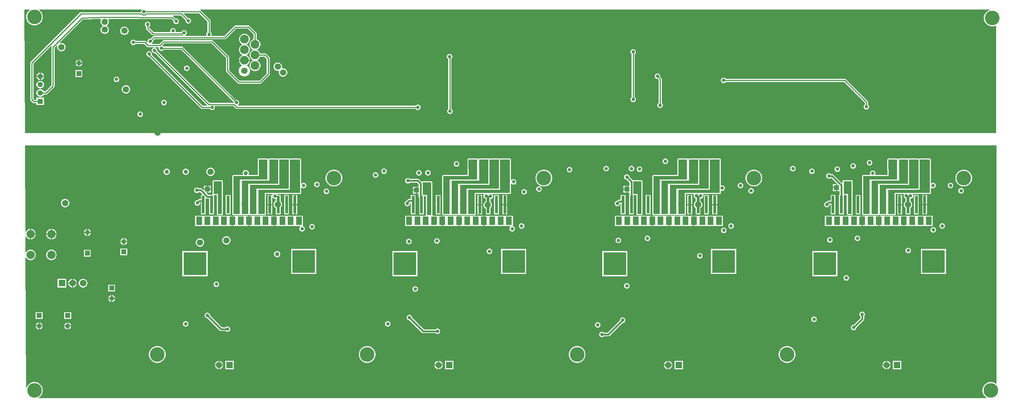
<source format=gbl>
G04*
G04 #@! TF.GenerationSoftware,Altium Limited,Altium Designer,22.1.2 (22)*
G04*
G04 Layer_Physical_Order=4*
G04 Layer_Color=16711680*
%FSLAX44Y44*%
%MOMM*%
G71*
G04*
G04 #@! TF.SameCoordinates,E8DC7784-5412-4491-ADA6-3D39AB0E1C33*
G04*
G04*
G04 #@! TF.FilePolarity,Positive*
G04*
G01*
G75*
%ADD68C,2.0000*%
%ADD89C,0.2500*%
%ADD90C,0.3810*%
%ADD93C,1.1500*%
%ADD94R,1.1500X1.1500*%
%ADD95C,1.5000*%
%ADD96R,1.5000X1.5000*%
%ADD97R,1.1500X1.1500*%
%ADD98R,1.6000X1.6000*%
%ADD99C,1.6000*%
%ADD100C,1.5240*%
%ADD101C,2.1000*%
%ADD102C,1.3000*%
%ADD103R,1.3000X1.3000*%
%ADD104C,3.5000*%
%ADD105R,5.5160X5.5160*%
%ADD106R,1.4000X2.0000*%
%ADD107R,2.0000X2.0000*%
%ADD108C,0.8000*%
%ADD109C,0.6000*%
%ADD110C,1.0000*%
%ADD124R,0.6350X4.2000*%
G36*
X2326614Y946150D02*
X2323497Y944859D01*
X2320215Y942666D01*
X2317424Y939875D01*
X2315231Y936592D01*
X2313720Y932945D01*
X2312950Y929074D01*
Y925126D01*
X2313720Y921255D01*
X2315231Y917607D01*
X2317424Y914325D01*
X2320215Y911534D01*
X2323497Y909341D01*
X2327144Y907830D01*
X2331016Y907060D01*
X2334964D01*
X2338835Y907830D01*
X2340824Y908654D01*
X2341880Y907948D01*
Y650240D01*
X10131D01*
X8894Y946520D01*
X9790Y947420D01*
X21273D01*
X21658Y946150D01*
X20245Y945206D01*
X17454Y942415D01*
X15261Y939133D01*
X13750Y935486D01*
X12980Y931614D01*
Y927666D01*
X13750Y923794D01*
X15261Y920147D01*
X17454Y916865D01*
X20245Y914074D01*
X23527Y911881D01*
X27174Y910370D01*
X31046Y909600D01*
X34994D01*
X38865Y910370D01*
X42512Y911881D01*
X45795Y914074D01*
X48586Y916865D01*
X50779Y920147D01*
X52290Y923794D01*
X53060Y927666D01*
Y931614D01*
X52290Y935486D01*
X50779Y939133D01*
X48586Y942415D01*
X45795Y945206D01*
X44382Y946150D01*
X44767Y947420D01*
X290166D01*
X290588Y946150D01*
X289846Y944864D01*
X289400Y943201D01*
Y941479D01*
X289128Y941124D01*
X144780D01*
X143301Y940830D01*
X142048Y939992D01*
X23967Y821912D01*
X23130Y820659D01*
X22836Y819180D01*
Y731520D01*
X23130Y730041D01*
X23967Y728788D01*
X29047Y723708D01*
X29048Y723708D01*
X30301Y722870D01*
X31780Y722576D01*
X31780Y722576D01*
X37950D01*
Y718040D01*
X56030D01*
Y736120D01*
X37950D01*
Y730304D01*
X33380D01*
X30564Y733121D01*
Y817579D01*
X73125Y860140D01*
X74111Y859331D01*
X73930Y859059D01*
X73636Y857580D01*
Y764871D01*
X59709Y750944D01*
X55197D01*
X54224Y752631D01*
X52541Y754314D01*
X50479Y755504D01*
X48180Y756120D01*
X45800D01*
X43501Y755504D01*
X41439Y754314D01*
X39756Y752631D01*
X38566Y750569D01*
X37950Y748270D01*
Y745890D01*
X38566Y743591D01*
X39756Y741529D01*
X41439Y739846D01*
X43501Y738656D01*
X45800Y738040D01*
X48180D01*
X50479Y738656D01*
X52541Y739846D01*
X54224Y741529D01*
X55197Y743216D01*
X61310D01*
X62789Y743510D01*
X64042Y744348D01*
X80232Y760537D01*
X80232Y760538D01*
X81070Y761791D01*
X81364Y763270D01*
X81364Y763270D01*
Y855979D01*
X87593Y862208D01*
X88609Y861428D01*
X88434Y861125D01*
X87750Y858572D01*
Y855928D01*
X88434Y853375D01*
X89756Y851085D01*
X91625Y849216D01*
X93915Y847894D01*
X96468Y847210D01*
X99112D01*
X101665Y847894D01*
X103955Y849216D01*
X105824Y851085D01*
X107146Y853375D01*
X107830Y855928D01*
Y858572D01*
X107146Y861125D01*
X105824Y863415D01*
X103955Y865284D01*
X101665Y866606D01*
X99112Y867290D01*
X96468D01*
X93915Y866606D01*
X93612Y866431D01*
X92832Y867447D01*
X149197Y923813D01*
X192610Y924687D01*
X193352Y923432D01*
X192574Y922085D01*
X191890Y919532D01*
Y916888D01*
X192574Y914335D01*
X193896Y912045D01*
X195765Y910176D01*
X197078Y909418D01*
Y907952D01*
X195765Y907194D01*
X193896Y905325D01*
X192574Y903035D01*
X191890Y900482D01*
Y897838D01*
X192574Y895285D01*
X193896Y892995D01*
X195765Y891126D01*
X198055Y889804D01*
X200608Y889120D01*
X203252D01*
X205805Y889804D01*
X208095Y891126D01*
X209964Y892995D01*
X211286Y895285D01*
X211970Y897838D01*
Y900482D01*
X211286Y903035D01*
X209964Y905325D01*
X208095Y907194D01*
X206782Y907952D01*
Y909418D01*
X208095Y910176D01*
X209964Y912045D01*
X211286Y914335D01*
X211970Y916888D01*
Y919532D01*
X211286Y922085D01*
X210419Y923587D01*
X211153Y924856D01*
X362916Y924509D01*
X366915Y920510D01*
X366870Y920341D01*
Y918619D01*
X367316Y916956D01*
X368177Y915464D01*
X369394Y914247D01*
X370886Y913386D01*
X372549Y912940D01*
X374271D01*
X375934Y913386D01*
X377426Y914247D01*
X378643Y915464D01*
X379504Y916956D01*
X379950Y918619D01*
Y920341D01*
X379504Y922004D01*
X378643Y923496D01*
X377426Y924713D01*
X375934Y925574D01*
X374271Y926020D01*
X372549D01*
X372380Y925975D01*
X367985Y930370D01*
X367985Y930370D01*
X367252Y931102D01*
X366635Y931515D01*
X366007Y931937D01*
X366002Y931938D01*
X365999Y931940D01*
X365269Y932085D01*
X365067Y932126D01*
X365194Y933396D01*
X384509D01*
X396125Y921780D01*
X396080Y921611D01*
Y919889D01*
X396526Y918226D01*
X397387Y916734D01*
X398604Y915517D01*
X400096Y914656D01*
X401759Y914210D01*
X403481D01*
X405144Y914656D01*
X406636Y915517D01*
X407853Y916734D01*
X408714Y918226D01*
X409160Y919889D01*
Y921611D01*
X408714Y923274D01*
X407853Y924766D01*
X406636Y925983D01*
X405144Y926844D01*
X403481Y927290D01*
X401759D01*
X401590Y927245D01*
X391532Y937302D01*
X392018Y938476D01*
X428959D01*
X448286Y919149D01*
Y893051D01*
X448134Y892963D01*
X446917Y891746D01*
X446056Y890254D01*
X445610Y888591D01*
Y886869D01*
X446056Y885206D01*
X446132Y885074D01*
X445497Y883974D01*
X394400D01*
X394232Y885244D01*
X394984Y885446D01*
X396476Y886307D01*
X397693Y887524D01*
X398554Y889016D01*
X399000Y890679D01*
Y892401D01*
X398554Y894064D01*
X397693Y895556D01*
X396476Y896773D01*
X394984Y897634D01*
X393321Y898080D01*
X391599D01*
X389936Y897634D01*
X388444Y896773D01*
X387227Y895556D01*
X386366Y894064D01*
X386203Y893456D01*
X372843D01*
X372023Y894726D01*
X372300Y895759D01*
Y897481D01*
X371854Y899144D01*
X370993Y900636D01*
X369776Y901853D01*
X368284Y902714D01*
X366621Y903160D01*
X364899D01*
X363236Y902714D01*
X361744Y901853D01*
X360527Y900636D01*
X359666Y899144D01*
X359220Y897481D01*
Y895759D01*
X359497Y894726D01*
X358677Y893456D01*
X319809D01*
X308694Y904571D01*
Y906539D01*
X308846Y906627D01*
X310063Y907844D01*
X310924Y909336D01*
X311370Y910999D01*
Y912721D01*
X310924Y914384D01*
X310063Y915876D01*
X308846Y917093D01*
X307354Y917954D01*
X305691Y918400D01*
X303969D01*
X302306Y917954D01*
X300814Y917093D01*
X299597Y915876D01*
X298736Y914384D01*
X298290Y912721D01*
Y910999D01*
X298736Y909336D01*
X299597Y907844D01*
X300814Y906627D01*
X300966Y906539D01*
Y902970D01*
X301260Y901491D01*
X302097Y900238D01*
X315475Y886860D01*
X315476Y886860D01*
X316729Y886022D01*
X318208Y885728D01*
X389024D01*
X389338Y885790D01*
X389936Y885446D01*
X390687Y885244D01*
X390520Y883974D01*
X320070D01*
X320070Y883974D01*
X318591Y883680D01*
X317337Y882842D01*
X312210Y877715D01*
X312041Y877760D01*
X310319D01*
X308656Y877314D01*
X307164Y876453D01*
X305947Y875236D01*
X305086Y873744D01*
X304640Y872081D01*
Y870359D01*
X304851Y869569D01*
X303713Y868912D01*
X301212Y871412D01*
X299959Y872250D01*
X298480Y872544D01*
X275861D01*
X275773Y872696D01*
X274556Y873913D01*
X273064Y874774D01*
X271401Y875220D01*
X269679D01*
X268016Y874774D01*
X266524Y873913D01*
X265307Y872696D01*
X264446Y871204D01*
X264000Y869541D01*
Y867819D01*
X264446Y866156D01*
X265307Y864664D01*
X266524Y863447D01*
X268016Y862586D01*
X269679Y862140D01*
X271401D01*
X273064Y862586D01*
X274556Y863447D01*
X275773Y864664D01*
X275861Y864816D01*
X296879D01*
X303368Y858328D01*
X304621Y857490D01*
X306100Y857196D01*
X319400D01*
X319568Y855926D01*
X318816Y855724D01*
X317324Y854863D01*
X316107Y853646D01*
X315246Y852154D01*
X314800Y850491D01*
Y848769D01*
X315246Y847106D01*
X316107Y845614D01*
X317324Y844397D01*
X318816Y843536D01*
X320479Y843090D01*
X322201D01*
X322370Y843135D01*
X447901Y717604D01*
X447375Y716334D01*
X437241D01*
X314866Y838708D01*
X315180Y839879D01*
Y841601D01*
X314734Y843264D01*
X313873Y844756D01*
X312656Y845973D01*
X311164Y846834D01*
X309501Y847280D01*
X307779D01*
X306116Y846834D01*
X304624Y845973D01*
X303407Y844756D01*
X302546Y843264D01*
X302100Y841601D01*
Y839879D01*
X302546Y838216D01*
X303407Y836724D01*
X304624Y835507D01*
X306116Y834646D01*
X307779Y834200D01*
X308445D01*
X432907Y709738D01*
X434161Y708900D01*
X435640Y708606D01*
X435640Y708606D01*
X454449D01*
X454537Y708454D01*
X455754Y707237D01*
X457246Y706376D01*
X458909Y705930D01*
X460631D01*
X462294Y706376D01*
X463786Y707237D01*
X465003Y708454D01*
X465864Y709946D01*
X466310Y711609D01*
Y713331D01*
X466033Y714364D01*
X466852Y715634D01*
X511052D01*
X516948Y709738D01*
X518202Y708900D01*
X519681Y708606D01*
X948479D01*
X948567Y708454D01*
X949784Y707237D01*
X951276Y706376D01*
X952939Y705930D01*
X954661D01*
X956324Y706376D01*
X957816Y707237D01*
X959033Y708454D01*
X959894Y709946D01*
X960340Y711609D01*
Y713331D01*
X959894Y714994D01*
X959033Y716486D01*
X957816Y717703D01*
X956324Y718564D01*
X954661Y719010D01*
X952939D01*
X951276Y718564D01*
X949784Y717703D01*
X948567Y716486D01*
X948479Y716334D01*
X522166D01*
X521618Y716993D01*
X521895Y718488D01*
X522206Y718667D01*
X523423Y719884D01*
X524284Y721376D01*
X524730Y723039D01*
Y724761D01*
X524284Y726424D01*
X523423Y727916D01*
X522206Y729133D01*
X520714Y729994D01*
X519051Y730440D01*
X517329D01*
X517160Y730395D01*
X390112Y857442D01*
X388859Y858280D01*
X387380Y858574D01*
X343171D01*
X343083Y858726D01*
X341866Y859943D01*
X340940Y860478D01*
X340621Y861955D01*
X344752Y866086D01*
X458169D01*
X492736Y831519D01*
Y800100D01*
X493030Y798621D01*
X493867Y797368D01*
X520772Y770463D01*
X522026Y769625D01*
X523504Y769331D01*
X575105D01*
X576584Y769625D01*
X577838Y770463D01*
X597122Y789748D01*
X597960Y791001D01*
X598254Y792480D01*
Y830580D01*
X597960Y832059D01*
X597122Y833312D01*
X589502Y840932D01*
X588249Y841770D01*
X586770Y842064D01*
X575075D01*
X574761Y843233D01*
X573045Y846207D01*
X570617Y848635D01*
X567901Y850203D01*
X567765Y850860D01*
Y850940D01*
X567901Y851597D01*
X570617Y853165D01*
X573045Y855593D01*
X574761Y858567D01*
X575650Y861883D01*
Y865317D01*
X574761Y868633D01*
X573045Y871607D01*
X570617Y874035D01*
X567643Y875751D01*
X566504Y876057D01*
Y890270D01*
X566210Y891749D01*
X565372Y893002D01*
X550132Y908242D01*
X548879Y909080D01*
X547400Y909374D01*
X515650D01*
X515650Y909374D01*
X514171Y909080D01*
X512918Y908242D01*
X512917Y908242D01*
X488649Y883974D01*
X458803D01*
X458168Y885074D01*
X458244Y885206D01*
X458690Y886869D01*
Y888591D01*
X458244Y890254D01*
X457383Y891746D01*
X456166Y892963D01*
X456014Y893051D01*
Y920750D01*
X456014Y920750D01*
X455720Y922229D01*
X454882Y923482D01*
X454882Y923483D01*
X433292Y945072D01*
X432039Y945910D01*
X430833Y946150D01*
X430958Y947420D01*
X2326361D01*
X2326614Y946150D01*
D02*
G37*
G36*
X558776Y888669D02*
Y876073D01*
X557577Y875751D01*
X554603Y874035D01*
X552175Y871607D01*
X550459Y868633D01*
X549570Y865317D01*
Y861883D01*
X550459Y858567D01*
X552175Y855593D01*
X554603Y853165D01*
X557319Y851597D01*
X557455Y850940D01*
Y850860D01*
X557319Y850203D01*
X554603Y848635D01*
X552175Y846207D01*
X550459Y843233D01*
X549570Y839917D01*
Y836483D01*
X550459Y833167D01*
X552175Y830193D01*
X554603Y827765D01*
X557319Y826197D01*
X557455Y825540D01*
Y825460D01*
X557319Y824803D01*
X554603Y823235D01*
X552175Y820807D01*
X550459Y817833D01*
X549570Y814517D01*
Y811083D01*
X550459Y807767D01*
X552175Y804793D01*
X554603Y802365D01*
X557577Y800649D01*
X560893Y799760D01*
X564327D01*
X567643Y800649D01*
X570617Y802365D01*
X573045Y804793D01*
X574761Y807767D01*
X575650Y811083D01*
Y814517D01*
X574761Y817833D01*
X573045Y820807D01*
X570617Y823235D01*
X567901Y824803D01*
X567765Y825460D01*
Y825540D01*
X567901Y826197D01*
X570617Y827765D01*
X573045Y830193D01*
X574761Y833167D01*
X575075Y834336D01*
X585169D01*
X590526Y828979D01*
Y794081D01*
X573505Y777060D01*
X525105D01*
X500464Y801701D01*
Y833120D01*
X500464Y833120D01*
X500170Y834599D01*
X499332Y835852D01*
X499332Y835853D01*
X462502Y872682D01*
X461249Y873520D01*
X459770Y873814D01*
X343151D01*
X343151Y873814D01*
X341672Y873520D01*
X340418Y872682D01*
X332660Y864924D01*
X315859D01*
X315601Y865338D01*
X315403Y866194D01*
X316413Y867204D01*
X317274Y868696D01*
X317720Y870359D01*
Y872081D01*
X317675Y872250D01*
X321671Y876246D01*
X490250D01*
X491729Y876540D01*
X492982Y877378D01*
X517251Y901646D01*
X545799D01*
X558776Y888669D01*
D02*
G37*
G36*
X331475Y856188D02*
X331310Y855571D01*
Y853849D01*
X331756Y852186D01*
X332617Y850694D01*
X333834Y849477D01*
X335326Y848616D01*
X336989Y848170D01*
X338711D01*
X340374Y848616D01*
X341866Y849477D01*
X343083Y850694D01*
X343171Y850846D01*
X385779D01*
X511695Y724930D01*
X511650Y724761D01*
Y723362D01*
X453073D01*
X327835Y848600D01*
X327880Y848769D01*
Y850491D01*
X327434Y852154D01*
X326573Y853646D01*
X325356Y854863D01*
X323864Y855724D01*
X323112Y855926D01*
X323280Y857196D01*
X330702D01*
X331475Y856188D01*
D02*
G37*
G36*
X2343150Y617220D02*
Y47780D01*
X2342442Y47487D01*
X2341880Y47366D01*
X2338672Y49509D01*
X2335025Y51020D01*
X2331154Y51790D01*
X2327206D01*
X2323335Y51020D01*
X2319687Y49509D01*
X2316405Y47316D01*
X2313614Y44525D01*
X2311421Y41242D01*
X2309910Y37596D01*
X2309140Y33724D01*
Y29776D01*
X2309910Y25905D01*
X2311421Y22257D01*
X2313614Y18975D01*
X2316405Y16184D01*
X2319687Y13991D01*
X2319796Y13946D01*
X2319549Y12700D01*
X42651D01*
X42403Y13946D01*
X42512Y13991D01*
X45795Y16184D01*
X48586Y18975D01*
X50779Y22257D01*
X52290Y25905D01*
X53060Y29776D01*
Y33724D01*
X52290Y37596D01*
X50779Y41242D01*
X48586Y44525D01*
X45795Y47316D01*
X42512Y49509D01*
X38865Y51020D01*
X34994Y51790D01*
X31046D01*
X27174Y51020D01*
X23527Y49509D01*
X20245Y47316D01*
X17454Y44525D01*
X15261Y41242D01*
X13865Y37873D01*
X12594Y38123D01*
X11285Y351535D01*
X12554Y351878D01*
X13655Y349970D01*
X15990Y347635D01*
X18850Y345985D01*
X22039Y345130D01*
X25341D01*
X28530Y345985D01*
X31390Y347635D01*
X33724Y349970D01*
X35375Y352830D01*
X36230Y356019D01*
Y359321D01*
X35375Y362510D01*
X33724Y365370D01*
X31390Y367705D01*
X28530Y369355D01*
X25341Y370210D01*
X22039D01*
X18850Y369355D01*
X15990Y367705D01*
X13655Y365370D01*
X12506Y363378D01*
X11234Y363716D01*
X11075Y401900D01*
X12343Y402243D01*
X13655Y399970D01*
X15990Y397635D01*
X18850Y395985D01*
X22039Y395130D01*
X22420D01*
Y407670D01*
Y420210D01*
X22039D01*
X18850Y419355D01*
X15990Y417705D01*
X13655Y415370D01*
X12299Y413019D01*
X11027Y413357D01*
X10164Y620130D01*
X11060Y621030D01*
X2343150D01*
Y617220D01*
D02*
G37*
%LPC*%
G36*
X250242Y906660D02*
X247598D01*
X245045Y905976D01*
X242755Y904654D01*
X240886Y902785D01*
X239564Y900495D01*
X238880Y897942D01*
Y895298D01*
X239564Y892745D01*
X240886Y890455D01*
X242755Y888586D01*
X245045Y887264D01*
X247598Y886580D01*
X250242D01*
X252795Y887264D01*
X255085Y888586D01*
X256954Y890455D01*
X258276Y892745D01*
X258960Y895298D01*
Y897942D01*
X258276Y900495D01*
X256954Y902785D01*
X255085Y904654D01*
X252795Y905976D01*
X250242Y906660D01*
D02*
G37*
G36*
X140970Y826992D02*
Y820020D01*
X147942D01*
X147425Y821950D01*
X146334Y823840D01*
X144790Y825384D01*
X142900Y826475D01*
X140970Y826992D01*
D02*
G37*
G36*
X138430D02*
X136500Y826475D01*
X134610Y825384D01*
X133066Y823840D01*
X131975Y821950D01*
X131458Y820020D01*
X138430D01*
Y826992D01*
D02*
G37*
G36*
X147942Y817480D02*
X140970D01*
Y810508D01*
X142900Y811025D01*
X144790Y812116D01*
X146334Y813660D01*
X147425Y815550D01*
X147942Y817480D01*
D02*
G37*
G36*
X138430D02*
X131458D01*
X131975Y815550D01*
X133066Y813660D01*
X134610Y812116D01*
X136500Y811025D01*
X138430Y810508D01*
Y817480D01*
D02*
G37*
G36*
X48260Y796099D02*
Y788350D01*
X56009D01*
X55414Y790569D01*
X54224Y792631D01*
X52541Y794314D01*
X50479Y795504D01*
X48260Y796099D01*
D02*
G37*
G36*
X45720D02*
X43501Y795504D01*
X41439Y794314D01*
X39756Y792631D01*
X38566Y790569D01*
X37971Y788350D01*
X45720D01*
Y796099D01*
D02*
G37*
G36*
X618542Y820300D02*
X615898D01*
X613345Y819616D01*
X611055Y818294D01*
X609186Y816425D01*
X607864Y814135D01*
X607180Y811582D01*
Y808938D01*
X607864Y806385D01*
X609186Y804095D01*
X611055Y802226D01*
X613345Y800904D01*
X615898Y800220D01*
X618542D01*
X619320Y800428D01*
X620357Y799391D01*
X619880Y797612D01*
Y794968D01*
X620564Y792415D01*
X621886Y790125D01*
X623755Y788256D01*
X626045Y786934D01*
X628598Y786250D01*
X631242D01*
X633795Y786934D01*
X636085Y788256D01*
X637954Y790125D01*
X639276Y792415D01*
X639960Y794968D01*
Y797612D01*
X639276Y800165D01*
X637954Y802455D01*
X636085Y804324D01*
X633795Y805646D01*
X631242Y806330D01*
X628598D01*
X627820Y806122D01*
X626783Y807159D01*
X627260Y808938D01*
Y811582D01*
X626576Y814135D01*
X625254Y816425D01*
X623385Y818294D01*
X621095Y819616D01*
X618542Y820300D01*
D02*
G37*
G36*
X147990Y802040D02*
X131410D01*
Y785460D01*
X147990D01*
Y802040D01*
D02*
G37*
G36*
X56009Y785810D02*
X48260D01*
Y778061D01*
X50479Y778656D01*
X52541Y779846D01*
X54224Y781529D01*
X55414Y783591D01*
X56009Y785810D01*
D02*
G37*
G36*
X45720D02*
X37971D01*
X38566Y783591D01*
X39756Y781529D01*
X41439Y779846D01*
X43501Y778656D01*
X45720Y778061D01*
Y785810D01*
D02*
G37*
G36*
X230881Y786320D02*
X229159D01*
X227496Y785874D01*
X226004Y785013D01*
X224787Y783796D01*
X223926Y782304D01*
X223480Y780641D01*
Y778919D01*
X223926Y777256D01*
X224787Y775764D01*
X226004Y774547D01*
X227496Y773686D01*
X229159Y773240D01*
X230881D01*
X232544Y773686D01*
X234036Y774547D01*
X235253Y775764D01*
X236114Y777256D01*
X236560Y778919D01*
Y780641D01*
X236114Y782304D01*
X235253Y783796D01*
X234036Y785013D01*
X232544Y785874D01*
X230881Y786320D01*
D02*
G37*
G36*
X48180Y776120D02*
X45800D01*
X43501Y775504D01*
X41439Y774314D01*
X39756Y772631D01*
X38566Y770569D01*
X37950Y768270D01*
Y765890D01*
X38566Y763591D01*
X39756Y761529D01*
X41439Y759846D01*
X43501Y758656D01*
X45800Y758040D01*
X48180D01*
X50479Y758656D01*
X52541Y759846D01*
X54224Y761529D01*
X55414Y763591D01*
X56030Y765890D01*
Y768270D01*
X55414Y770569D01*
X54224Y772631D01*
X52541Y774314D01*
X50479Y775504D01*
X48180Y776120D01*
D02*
G37*
G36*
X254052Y765690D02*
X251408D01*
X248855Y765006D01*
X246565Y763684D01*
X244696Y761815D01*
X243374Y759525D01*
X242690Y756972D01*
Y754328D01*
X243374Y751775D01*
X244696Y749485D01*
X246565Y747616D01*
X248855Y746294D01*
X251408Y745610D01*
X254052D01*
X256605Y746294D01*
X258895Y747616D01*
X260764Y749485D01*
X262086Y751775D01*
X262770Y754328D01*
Y756972D01*
X262086Y759525D01*
X260764Y761815D01*
X258895Y763684D01*
X256605Y765006D01*
X254052Y765690D01*
D02*
G37*
G36*
X1471551Y852360D02*
X1469829D01*
X1468166Y851914D01*
X1466674Y851053D01*
X1465457Y849836D01*
X1464596Y848344D01*
X1464150Y846681D01*
Y844959D01*
X1464596Y843296D01*
X1465457Y841804D01*
X1466674Y840587D01*
X1466826Y840499D01*
Y736841D01*
X1466674Y736753D01*
X1465457Y735536D01*
X1464596Y734044D01*
X1464150Y732381D01*
Y730659D01*
X1464596Y728996D01*
X1465457Y727504D01*
X1466674Y726287D01*
X1468166Y725426D01*
X1469829Y724980D01*
X1471551D01*
X1473214Y725426D01*
X1474706Y726287D01*
X1475923Y727504D01*
X1476784Y728996D01*
X1477230Y730659D01*
Y732381D01*
X1476784Y734044D01*
X1475923Y735536D01*
X1474706Y736753D01*
X1474554Y736841D01*
Y840499D01*
X1474706Y840587D01*
X1475923Y841804D01*
X1476784Y843296D01*
X1477230Y844959D01*
Y846681D01*
X1476784Y848344D01*
X1475923Y849836D01*
X1474706Y851053D01*
X1473214Y851914D01*
X1471551Y852360D01*
D02*
G37*
G36*
X345031Y730440D02*
X343309D01*
X341646Y729994D01*
X340154Y729133D01*
X338937Y727916D01*
X338076Y726424D01*
X337630Y724761D01*
Y723039D01*
X338076Y721376D01*
X338937Y719884D01*
X340154Y718667D01*
X341646Y717806D01*
X343309Y717360D01*
X345031D01*
X346694Y717806D01*
X348186Y718667D01*
X349403Y719884D01*
X350264Y721376D01*
X350710Y723039D01*
Y724761D01*
X350264Y726424D01*
X349403Y727916D01*
X348186Y729133D01*
X346694Y729994D01*
X345031Y730440D01*
D02*
G37*
G36*
X1529971Y793940D02*
X1528249D01*
X1526586Y793494D01*
X1525094Y792633D01*
X1523877Y791416D01*
X1523016Y789924D01*
X1522570Y788261D01*
Y786539D01*
X1523016Y784876D01*
X1523877Y783384D01*
X1525094Y782167D01*
X1526586Y781306D01*
X1528249Y780860D01*
X1529820D01*
X1531596Y779084D01*
Y722871D01*
X1531444Y722783D01*
X1530227Y721566D01*
X1529366Y720074D01*
X1528920Y718411D01*
Y716689D01*
X1529366Y715026D01*
X1530227Y713534D01*
X1531444Y712317D01*
X1532936Y711456D01*
X1534599Y711010D01*
X1536321D01*
X1537984Y711456D01*
X1539476Y712317D01*
X1540693Y713534D01*
X1541554Y715026D01*
X1542000Y716689D01*
Y718411D01*
X1541554Y720074D01*
X1540693Y721566D01*
X1539476Y722783D01*
X1539324Y722871D01*
Y780685D01*
X1539030Y782164D01*
X1538192Y783418D01*
X1538192Y783418D01*
X1535528Y786082D01*
X1535650Y786539D01*
Y788261D01*
X1535204Y789924D01*
X1534343Y791416D01*
X1533126Y792633D01*
X1531634Y793494D01*
X1529971Y793940D01*
D02*
G37*
G36*
X1688721Y783780D02*
X1686999D01*
X1685336Y783334D01*
X1683844Y782473D01*
X1682627Y781256D01*
X1681766Y779764D01*
X1681320Y778101D01*
Y776379D01*
X1681766Y774716D01*
X1682627Y773224D01*
X1683844Y772007D01*
X1685336Y771146D01*
X1686999Y770700D01*
X1688721D01*
X1690384Y771146D01*
X1691876Y772007D01*
X1693093Y773224D01*
X1693181Y773376D01*
X1977089D01*
X2026896Y723569D01*
Y719061D01*
X2026744Y718973D01*
X2025527Y717756D01*
X2024666Y716264D01*
X2024220Y714601D01*
Y712879D01*
X2024666Y711216D01*
X2025527Y709724D01*
X2026744Y708507D01*
X2028236Y707646D01*
X2029899Y707200D01*
X2031621D01*
X2033284Y707646D01*
X2034776Y708507D01*
X2035993Y709724D01*
X2036854Y711216D01*
X2037300Y712879D01*
Y714601D01*
X2036854Y716264D01*
X2035993Y717756D01*
X2034776Y718973D01*
X2034624Y719061D01*
Y725170D01*
X2034624Y725170D01*
X2034330Y726649D01*
X2033492Y727902D01*
X1981422Y779972D01*
X1980169Y780810D01*
X1978690Y781104D01*
X1693181D01*
X1693093Y781256D01*
X1691876Y782473D01*
X1690384Y783334D01*
X1688721Y783780D01*
D02*
G37*
G36*
X1030861Y840930D02*
X1029139D01*
X1027476Y840484D01*
X1025984Y839623D01*
X1024767Y838406D01*
X1023906Y836914D01*
X1023460Y835251D01*
Y833529D01*
X1023906Y831866D01*
X1024767Y830374D01*
X1025984Y829157D01*
X1026446Y828890D01*
Y708005D01*
X1025387Y706946D01*
X1024526Y705454D01*
X1024080Y703791D01*
Y702069D01*
X1024526Y700406D01*
X1025387Y698914D01*
X1026604Y697697D01*
X1028096Y696836D01*
X1029759Y696390D01*
X1031481D01*
X1033144Y696836D01*
X1034636Y697697D01*
X1035853Y698914D01*
X1036714Y700406D01*
X1037160Y702069D01*
Y703791D01*
X1036714Y705454D01*
X1035853Y706946D01*
X1034636Y708163D01*
X1034174Y708430D01*
Y829315D01*
X1035233Y830374D01*
X1036094Y831866D01*
X1036540Y833529D01*
Y835251D01*
X1036094Y836914D01*
X1035233Y838406D01*
X1034016Y839623D01*
X1032524Y840484D01*
X1030861Y840930D01*
D02*
G37*
G36*
X287881Y702500D02*
X286159D01*
X284496Y702054D01*
X283004Y701193D01*
X281787Y699976D01*
X280926Y698484D01*
X280480Y696821D01*
Y695099D01*
X280926Y693436D01*
X281787Y691944D01*
X283004Y690727D01*
X284496Y689866D01*
X286159Y689420D01*
X287881D01*
X289544Y689866D01*
X291036Y690727D01*
X292253Y691944D01*
X293114Y693436D01*
X293560Y695099D01*
Y696821D01*
X293114Y698484D01*
X292253Y699976D01*
X291036Y701193D01*
X289544Y702054D01*
X287881Y702500D01*
D02*
G37*
G36*
X538927Y889340D02*
X535493D01*
X532177Y888451D01*
X529203Y886735D01*
X526775Y884307D01*
X525059Y881333D01*
X524170Y878017D01*
Y874583D01*
X525059Y871267D01*
X526775Y868293D01*
X529203Y865865D01*
X531919Y864297D01*
X532055Y863640D01*
Y863560D01*
X531919Y862903D01*
X529203Y861335D01*
X526775Y858907D01*
X525059Y855933D01*
X524170Y852617D01*
Y849183D01*
X525059Y845867D01*
X526775Y842893D01*
X529203Y840465D01*
X531919Y838897D01*
X532055Y838240D01*
Y838160D01*
X531919Y837503D01*
X529203Y835935D01*
X526775Y833507D01*
X525059Y830533D01*
X524170Y827217D01*
Y826770D01*
X537210D01*
X550250D01*
Y827217D01*
X549361Y830533D01*
X547645Y833507D01*
X545217Y835935D01*
X542500Y837503D01*
X542365Y838160D01*
Y838240D01*
X542500Y838897D01*
X545217Y840465D01*
X547645Y842893D01*
X549361Y845867D01*
X550250Y849183D01*
Y852617D01*
X549361Y855933D01*
X547645Y858907D01*
X545217Y861335D01*
X542500Y862903D01*
X542365Y863560D01*
Y863640D01*
X542500Y864297D01*
X545217Y865865D01*
X547645Y868293D01*
X549361Y871267D01*
X550250Y874583D01*
Y878017D01*
X549361Y881333D01*
X547645Y884307D01*
X545217Y886735D01*
X542243Y888451D01*
X538927Y889340D01*
D02*
G37*
G36*
X550250Y824230D02*
X537210D01*
X524170D01*
Y823783D01*
X525059Y820467D01*
X526775Y817493D01*
X529203Y815065D01*
X531011Y814022D01*
Y812555D01*
X528896Y811335D01*
X526375Y808814D01*
X524593Y805726D01*
X523670Y802283D01*
Y798717D01*
X524593Y795274D01*
X526375Y792186D01*
X528896Y789665D01*
X531984Y787883D01*
X535427Y786960D01*
X538993D01*
X542436Y787883D01*
X545524Y789665D01*
X548045Y792186D01*
X549827Y795274D01*
X550750Y798717D01*
Y802283D01*
X549827Y805726D01*
X548045Y808814D01*
X545524Y811335D01*
X543409Y812555D01*
Y814022D01*
X545217Y815065D01*
X547645Y817493D01*
X549361Y820467D01*
X550250Y823783D01*
Y824230D01*
D02*
G37*
G36*
X399641Y812990D02*
X397919D01*
X396256Y812544D01*
X394764Y811683D01*
X393547Y810466D01*
X392686Y808974D01*
X392240Y807311D01*
Y805589D01*
X392686Y803926D01*
X393547Y802434D01*
X394764Y801217D01*
X396256Y800356D01*
X397919Y799910D01*
X399641D01*
X401304Y800356D01*
X402796Y801217D01*
X404013Y802434D01*
X404874Y803926D01*
X405320Y805589D01*
Y807311D01*
X404874Y808974D01*
X404013Y810466D01*
X402796Y811683D01*
X401304Y812544D01*
X399641Y812990D01*
D02*
G37*
G36*
X2182858Y589330D02*
X2158728D01*
X2157737Y589133D01*
X2157458Y588946D01*
X2157179Y589133D01*
X2156188Y589330D01*
X2133328D01*
X2132337Y589133D01*
X2132058Y588946D01*
X2131779Y589133D01*
X2130788Y589330D01*
X2109198D01*
X2108207Y589133D01*
X2107367Y588571D01*
X2105949D01*
X2105109Y589133D01*
X2104118Y589330D01*
X2083798D01*
X2082807Y589133D01*
X2081967Y588571D01*
X2081405Y587731D01*
X2081272Y587060D01*
X2080930D01*
Y561980D01*
X2081208D01*
Y549960D01*
X2052621D01*
X2051986Y551060D01*
X2052064Y551196D01*
X2052510Y552859D01*
Y554581D01*
X2052064Y556244D01*
X2051203Y557736D01*
X2049986Y558953D01*
X2048494Y559814D01*
X2046831Y560260D01*
X2045109D01*
X2043446Y559814D01*
X2041954Y558953D01*
X2040737Y557736D01*
X2039876Y556244D01*
X2039430Y554581D01*
Y552859D01*
X2039876Y551196D01*
X2039954Y551060D01*
X2039319Y549960D01*
X2023158D01*
X2022167Y549763D01*
X2021327Y549201D01*
X2020765Y548361D01*
X2020568Y547370D01*
Y479810D01*
X2020550Y479742D01*
Y477098D01*
X2020568Y477030D01*
Y455930D01*
X2020765Y454939D01*
X2021327Y454099D01*
X2022167Y453537D01*
X2023158Y453340D01*
X2038398D01*
X2039389Y453537D01*
X2040229Y454099D01*
X2041327D01*
X2042167Y453537D01*
X2043158Y453340D01*
X2058398D01*
X2059389Y453537D01*
X2059932Y453900D01*
X2060778Y454021D01*
X2061624Y453900D01*
X2062167Y453537D01*
X2063158Y453340D01*
X2078398D01*
X2079389Y453537D01*
X2079932Y453900D01*
X2080778Y454021D01*
X2081624Y453900D01*
X2082167Y453537D01*
X2083158Y453340D01*
X2098398D01*
X2099389Y453537D01*
X2100229Y454099D01*
X2100791Y454939D01*
X2100988Y455930D01*
Y504140D01*
X2120133D01*
X2120866Y502870D01*
X2120549Y502322D01*
X2120104Y500659D01*
Y498937D01*
X2120549Y497273D01*
X2121411Y495782D01*
X2122628Y494564D01*
X2124120Y493703D01*
X2124875Y493501D01*
Y486714D01*
X2124425Y486454D01*
X2122556Y484585D01*
X2121234Y482295D01*
X2120550Y479742D01*
Y477098D01*
X2121234Y474545D01*
X2122556Y472255D01*
X2124425Y470386D01*
X2124875Y470126D01*
Y454880D01*
X2136305D01*
Y470126D01*
X2136755Y470386D01*
X2138624Y472255D01*
X2139946Y474545D01*
X2140630Y477098D01*
Y479742D01*
X2139946Y482295D01*
X2138624Y484585D01*
X2136755Y486454D01*
X2136305Y486714D01*
Y493019D01*
X2137687D01*
X2139351Y493465D01*
X2140842Y494326D01*
X2142060Y495543D01*
X2142921Y497035D01*
X2143366Y498698D01*
Y500420D01*
X2142921Y502084D01*
X2142466Y502870D01*
X2143200Y504140D01*
X2182858D01*
X2183849Y504337D01*
X2184689Y504899D01*
X2185251Y505739D01*
X2185448Y506730D01*
Y518767D01*
X2186718Y519293D01*
X2186734Y519277D01*
X2188226Y518416D01*
X2189889Y517970D01*
X2191611D01*
X2193274Y518416D01*
X2194766Y519277D01*
X2195983Y520494D01*
X2196844Y521986D01*
X2197290Y523649D01*
Y525371D01*
X2196844Y527034D01*
X2195983Y528526D01*
X2194766Y529743D01*
X2193274Y530604D01*
X2191611Y531050D01*
X2189889D01*
X2188226Y530604D01*
X2186734Y529743D01*
X2186718Y529727D01*
X2185448Y530253D01*
Y586740D01*
X2185251Y587731D01*
X2184689Y588571D01*
X2183849Y589133D01*
X2182858Y589330D01*
D02*
G37*
G36*
X1678759D02*
X1654629D01*
X1653638Y589133D01*
X1653359Y588946D01*
X1653080Y589133D01*
X1652089Y589330D01*
X1629229D01*
X1628237Y589133D01*
X1627959Y588946D01*
X1627680Y589133D01*
X1626689Y589330D01*
X1605099D01*
X1604108Y589133D01*
X1603267Y588571D01*
X1601850D01*
X1601010Y589133D01*
X1600019Y589330D01*
X1579699D01*
X1578707Y589133D01*
X1577867Y588571D01*
X1577306Y587731D01*
X1577173Y587060D01*
X1576831D01*
Y561980D01*
X1577109D01*
Y549960D01*
X1519059D01*
X1518068Y549763D01*
X1517227Y549201D01*
X1516666Y548361D01*
X1516469Y547370D01*
Y479810D01*
X1516451Y479742D01*
Y477098D01*
X1516469Y477030D01*
Y455930D01*
X1516666Y454939D01*
X1517227Y454099D01*
X1518068Y453537D01*
X1519059Y453340D01*
X1534299D01*
X1535290Y453537D01*
X1536130Y454099D01*
X1537227D01*
X1538067Y453537D01*
X1539059Y453340D01*
X1554299D01*
X1555290Y453537D01*
X1555833Y453900D01*
X1556679Y454021D01*
X1557525Y453900D01*
X1558067Y453537D01*
X1559059Y453340D01*
X1574299D01*
X1575290Y453537D01*
X1575833Y453900D01*
X1576679Y454021D01*
X1577525Y453900D01*
X1578068Y453537D01*
X1579059Y453340D01*
X1594299D01*
X1595290Y453537D01*
X1596130Y454099D01*
X1596691Y454939D01*
X1596888Y455930D01*
Y504140D01*
X1616033D01*
X1616767Y502870D01*
X1616450Y502322D01*
X1616004Y500659D01*
Y498937D01*
X1616450Y497273D01*
X1617311Y495782D01*
X1618529Y494564D01*
X1620020Y493703D01*
X1620776Y493501D01*
Y486714D01*
X1620326Y486454D01*
X1618457Y484585D01*
X1617135Y482295D01*
X1616451Y479742D01*
Y477098D01*
X1617135Y474545D01*
X1618457Y472255D01*
X1620326Y470386D01*
X1620776Y470126D01*
Y454880D01*
X1632206D01*
Y470126D01*
X1632655Y470386D01*
X1634525Y472255D01*
X1635846Y474545D01*
X1636531Y477098D01*
Y479742D01*
X1635846Y482295D01*
X1634525Y484585D01*
X1632655Y486454D01*
X1632206Y486714D01*
Y493019D01*
X1633588D01*
X1635251Y493465D01*
X1636743Y494326D01*
X1637960Y495543D01*
X1638821Y497035D01*
X1639267Y498698D01*
Y500420D01*
X1638821Y502084D01*
X1638367Y502870D01*
X1639100Y504140D01*
X1678759D01*
X1679750Y504337D01*
X1680590Y504899D01*
X1681151Y505739D01*
X1681348Y506730D01*
Y511096D01*
X1682618Y511903D01*
X1683676Y511620D01*
X1685398D01*
X1687061Y512066D01*
X1688552Y512927D01*
X1689770Y514144D01*
X1690631Y515636D01*
X1691077Y517299D01*
Y519021D01*
X1690631Y520684D01*
X1689770Y522176D01*
X1688552Y523393D01*
X1687061Y524254D01*
X1685398Y524700D01*
X1683676D01*
X1682618Y524417D01*
X1681348Y525224D01*
Y586740D01*
X1681151Y587731D01*
X1680590Y588571D01*
X1679750Y589133D01*
X1678759Y589330D01*
D02*
G37*
G36*
X1174659D02*
X1150529D01*
X1149538Y589133D01*
X1149259Y588946D01*
X1148980Y589133D01*
X1147989Y589330D01*
X1125129D01*
X1124138Y589133D01*
X1123859Y588946D01*
X1123580Y589133D01*
X1122589Y589330D01*
X1100999D01*
X1100008Y589133D01*
X1099168Y588571D01*
X1097750D01*
X1096910Y589133D01*
X1095919Y589330D01*
X1075599D01*
X1074608Y589133D01*
X1073768Y588571D01*
X1073207Y587731D01*
X1073073Y587060D01*
X1072731D01*
Y561980D01*
X1073009D01*
Y549960D01*
X1014959D01*
X1013968Y549763D01*
X1013128Y549201D01*
X1012567Y548361D01*
X1012370Y547370D01*
Y479810D01*
X1012351Y479742D01*
Y477098D01*
X1012370Y477030D01*
Y455930D01*
X1012567Y454939D01*
X1013128Y454099D01*
X1013968Y453537D01*
X1014959Y453340D01*
X1030199D01*
X1031190Y453537D01*
X1032030Y454099D01*
X1033128D01*
X1033968Y453537D01*
X1034959Y453340D01*
X1050199D01*
X1051190Y453537D01*
X1051733Y453900D01*
X1052579Y454021D01*
X1053425Y453900D01*
X1053968Y453537D01*
X1054959Y453340D01*
X1070199D01*
X1071190Y453537D01*
X1071733Y453900D01*
X1072579Y454021D01*
X1073425Y453900D01*
X1073968Y453537D01*
X1074959Y453340D01*
X1090199D01*
X1091190Y453537D01*
X1092030Y454099D01*
X1092592Y454939D01*
X1092789Y455930D01*
Y504140D01*
X1111692D01*
X1112261Y502913D01*
X1111400Y501422D01*
X1110954Y499759D01*
Y498036D01*
X1111400Y496373D01*
X1112261Y494882D01*
X1113478Y493664D01*
X1114969Y492803D01*
X1116633Y492358D01*
X1116676D01*
Y486363D01*
X1115275Y485554D01*
X1113406Y483685D01*
X1112084Y481395D01*
X1111400Y478842D01*
Y476198D01*
X1112084Y473645D01*
X1113406Y471355D01*
X1115275Y469486D01*
X1116676Y468677D01*
Y454880D01*
X1128106D01*
Y469988D01*
X1129474Y471355D01*
X1130796Y473645D01*
X1131480Y476198D01*
Y478842D01*
X1130796Y481395D01*
X1129474Y483685D01*
X1128106Y485052D01*
Y492119D01*
X1128537D01*
X1130201Y492565D01*
X1131692Y493426D01*
X1132910Y494643D01*
X1133771Y496135D01*
X1134216Y497798D01*
Y499520D01*
X1133771Y501184D01*
X1132910Y502675D01*
X1132714Y502870D01*
X1133240Y504140D01*
X1174659D01*
X1175650Y504337D01*
X1176490Y504899D01*
X1177052Y505739D01*
X1177249Y506730D01*
Y528849D01*
X1178032Y529211D01*
X1178519Y529272D01*
X1179624Y528167D01*
X1181116Y527306D01*
X1182779Y526860D01*
X1184501D01*
X1186164Y527306D01*
X1187656Y528167D01*
X1188873Y529384D01*
X1189734Y530876D01*
X1190180Y532539D01*
Y534261D01*
X1189734Y535924D01*
X1188873Y537416D01*
X1187656Y538633D01*
X1186164Y539494D01*
X1184501Y539940D01*
X1182779D01*
X1181116Y539494D01*
X1179624Y538633D01*
X1178519Y537528D01*
X1178032Y537589D01*
X1177249Y537951D01*
Y586740D01*
X1177052Y587731D01*
X1176490Y588571D01*
X1175650Y589133D01*
X1174659Y589330D01*
D02*
G37*
G36*
X670560D02*
X646430D01*
X645439Y589133D01*
X645160Y588946D01*
X644881Y589133D01*
X643890Y589330D01*
X621030D01*
X620039Y589133D01*
X619760Y588946D01*
X619481Y589133D01*
X618490Y589330D01*
X596900D01*
X595909Y589133D01*
X595069Y588571D01*
X593651D01*
X592811Y589133D01*
X591820Y589330D01*
X571500D01*
X570509Y589133D01*
X569669Y588571D01*
X569107Y587731D01*
X568910Y586740D01*
X568910Y549960D01*
X547824D01*
X547189Y551060D01*
X547411Y551445D01*
X547925Y553362D01*
Y555348D01*
X547411Y557265D01*
X546418Y558985D01*
X545015Y560388D01*
X543295Y561381D01*
X541378Y561895D01*
X539392D01*
X537475Y561381D01*
X535755Y560388D01*
X534352Y558985D01*
X533359Y557265D01*
X532845Y555348D01*
Y553362D01*
X533359Y551445D01*
X533581Y551060D01*
X532946Y549960D01*
X510860D01*
X509869Y549763D01*
X509029Y549201D01*
X508467Y548361D01*
X508270Y547370D01*
Y479810D01*
X508252Y479742D01*
Y477098D01*
X508270Y477030D01*
Y455930D01*
X508467Y454939D01*
X509029Y454099D01*
X509869Y453537D01*
X510860Y453340D01*
X526100D01*
X527091Y453537D01*
X527931Y454099D01*
X529029D01*
X529869Y453537D01*
X530860Y453340D01*
X546100D01*
X547091Y453537D01*
X547634Y453900D01*
X548480Y454021D01*
X549326Y453900D01*
X549869Y453537D01*
X550860Y453340D01*
X566100D01*
X567091Y453537D01*
X567634Y453900D01*
X568480Y454021D01*
X569326Y453900D01*
X569869Y453537D01*
X570860Y453340D01*
X586100D01*
X587091Y453537D01*
X587931Y454099D01*
X588493Y454939D01*
X588690Y455930D01*
Y504140D01*
X604713D01*
X605291Y502916D01*
X604784Y502066D01*
X604007Y501960D01*
X603698Y501960D01*
X599562D01*
Y479690D01*
X604007D01*
Y495637D01*
X605277Y495977D01*
X605787Y495094D01*
X607004Y493877D01*
X608496Y493016D01*
X610159Y492570D01*
X611881D01*
X612577Y492036D01*
Y487703D01*
X611055Y486824D01*
X609186Y484955D01*
X607864Y482665D01*
X607180Y480112D01*
Y477468D01*
X607864Y474915D01*
X609186Y472625D01*
X611055Y470756D01*
X612577Y469877D01*
Y454880D01*
X624007D01*
Y471378D01*
X625254Y472625D01*
X626576Y474915D01*
X627260Y477468D01*
Y480112D01*
X626576Y482665D01*
X625254Y484955D01*
X624007Y486202D01*
Y501960D01*
X617159D01*
X616463Y503034D01*
X616928Y504140D01*
X670560D01*
X671551Y504337D01*
X672391Y504899D01*
X672953Y505739D01*
X673150Y506730D01*
Y519834D01*
X673583Y520102D01*
X674420Y520291D01*
X675434Y519277D01*
X676926Y518416D01*
X678589Y517970D01*
X680311D01*
X681974Y518416D01*
X683466Y519277D01*
X684683Y520494D01*
X685544Y521986D01*
X685990Y523649D01*
Y525371D01*
X685544Y527034D01*
X684683Y528526D01*
X683466Y529743D01*
X681974Y530604D01*
X680311Y531050D01*
X678589D01*
X676926Y530604D01*
X675434Y529743D01*
X674420Y528729D01*
X673583Y528918D01*
X673150Y529186D01*
Y586740D01*
X672953Y587731D01*
X672391Y588571D01*
X671551Y589133D01*
X670560Y589330D01*
D02*
G37*
G36*
X1548991Y589470D02*
X1547269D01*
X1545606Y589024D01*
X1544114Y588163D01*
X1542897Y586946D01*
X1542036Y585454D01*
X1541590Y583791D01*
Y582069D01*
X1542036Y580406D01*
X1542897Y578914D01*
X1544114Y577697D01*
X1545606Y576836D01*
X1547269Y576390D01*
X1548991D01*
X1550654Y576836D01*
X1552146Y577697D01*
X1553363Y578914D01*
X1554224Y580406D01*
X1554670Y582069D01*
Y583791D01*
X1554224Y585454D01*
X1553363Y586946D01*
X1552146Y588163D01*
X1550654Y589024D01*
X1548991Y589470D01*
D02*
G37*
G36*
X2039211Y585660D02*
X2037489D01*
X2035826Y585214D01*
X2034334Y584353D01*
X2033117Y583136D01*
X2032256Y581644D01*
X2031810Y579981D01*
Y578259D01*
X2032256Y576596D01*
X2033117Y575104D01*
X2034334Y573887D01*
X2035826Y573026D01*
X2037489Y572580D01*
X2039211D01*
X2040874Y573026D01*
X2042366Y573887D01*
X2043583Y575104D01*
X2044444Y576596D01*
X2044890Y578259D01*
Y579981D01*
X2044444Y581644D01*
X2043583Y583136D01*
X2042366Y584353D01*
X2040874Y585214D01*
X2039211Y585660D01*
D02*
G37*
G36*
X1047341Y583120D02*
X1045619D01*
X1043956Y582674D01*
X1042464Y581813D01*
X1041247Y580596D01*
X1040386Y579104D01*
X1039940Y577441D01*
Y575719D01*
X1040386Y574056D01*
X1041247Y572564D01*
X1042464Y571347D01*
X1043956Y570486D01*
X1045619Y570040D01*
X1047341D01*
X1049004Y570486D01*
X1050496Y571347D01*
X1051713Y572564D01*
X1052574Y574056D01*
X1053020Y575719D01*
Y577441D01*
X1052574Y579104D01*
X1051713Y580596D01*
X1050496Y581813D01*
X1049004Y582674D01*
X1047341Y583120D01*
D02*
G37*
G36*
X1999637Y578040D02*
X1997914D01*
X1996251Y577594D01*
X1994760Y576733D01*
X1993542Y575516D01*
X1992681Y574024D01*
X1992236Y572361D01*
Y570639D01*
X1992681Y568976D01*
X1993542Y567484D01*
X1994760Y566267D01*
X1996251Y565406D01*
X1997914Y564960D01*
X1999637D01*
X2001300Y565406D01*
X2002791Y566267D01*
X2004009Y567484D01*
X2004870Y568976D01*
X2005315Y570639D01*
Y572361D01*
X2004870Y574024D01*
X2004009Y575516D01*
X2002791Y576733D01*
X2001300Y577594D01*
X1999637Y578040D01*
D02*
G37*
G36*
X1406601Y571840D02*
X1404879D01*
X1403216Y571394D01*
X1401724Y570533D01*
X1400507Y569316D01*
X1399646Y567824D01*
X1399200Y566161D01*
Y564439D01*
X1399646Y562776D01*
X1400507Y561284D01*
X1401724Y560067D01*
X1403216Y559206D01*
X1404879Y558760D01*
X1406601D01*
X1408264Y559206D01*
X1409756Y560067D01*
X1410973Y561284D01*
X1411834Y562776D01*
X1412280Y564439D01*
Y566161D01*
X1411834Y567824D01*
X1410973Y569316D01*
X1409756Y570533D01*
X1408264Y571394D01*
X1406601Y571840D01*
D02*
G37*
G36*
X1855061Y571690D02*
X1853339D01*
X1851676Y571244D01*
X1850184Y570383D01*
X1848967Y569166D01*
X1848106Y567674D01*
X1847660Y566011D01*
Y564289D01*
X1848106Y562626D01*
X1848967Y561134D01*
X1850184Y559917D01*
X1851676Y559056D01*
X1853339Y558610D01*
X1855061D01*
X1856724Y559056D01*
X1858216Y559917D01*
X1859433Y561134D01*
X1860294Y562626D01*
X1860740Y564289D01*
Y566011D01*
X1860294Y567674D01*
X1859433Y569166D01*
X1858216Y570383D01*
X1856724Y571244D01*
X1855061Y571690D01*
D02*
G37*
G36*
X1467711D02*
X1465989D01*
X1464326Y571244D01*
X1462834Y570383D01*
X1461617Y569166D01*
X1460756Y567674D01*
X1460310Y566011D01*
Y564289D01*
X1460756Y562626D01*
X1461617Y561134D01*
X1462834Y559917D01*
X1464326Y559056D01*
X1465989Y558610D01*
X1467711D01*
X1469374Y559056D01*
X1470866Y559917D01*
X1472083Y561134D01*
X1472944Y562626D01*
X1473390Y564289D01*
Y566011D01*
X1472944Y567674D01*
X1472083Y569166D01*
X1470866Y570383D01*
X1469374Y571244D01*
X1467711Y571690D01*
D02*
G37*
G36*
X1961741Y570420D02*
X1960019D01*
X1958356Y569974D01*
X1956864Y569113D01*
X1955647Y567896D01*
X1954786Y566404D01*
X1954340Y564741D01*
Y563019D01*
X1954786Y561356D01*
X1955647Y559864D01*
X1956864Y558647D01*
X1958356Y557786D01*
X1960019Y557340D01*
X1961741D01*
X1963404Y557786D01*
X1964896Y558647D01*
X1966113Y559864D01*
X1966974Y561356D01*
X1967420Y563019D01*
Y564741D01*
X1966974Y566404D01*
X1966113Y567896D01*
X1964896Y569113D01*
X1963404Y569974D01*
X1961741Y570420D01*
D02*
G37*
G36*
X1486761D02*
X1485039D01*
X1483376Y569974D01*
X1481884Y569113D01*
X1480667Y567896D01*
X1479806Y566404D01*
X1479360Y564741D01*
Y563019D01*
X1479806Y561356D01*
X1480667Y559864D01*
X1481884Y558647D01*
X1483376Y557786D01*
X1485039Y557340D01*
X1486761D01*
X1488424Y557786D01*
X1489916Y558647D01*
X1491133Y559864D01*
X1491994Y561356D01*
X1492440Y563019D01*
Y564741D01*
X1491994Y566404D01*
X1491133Y567896D01*
X1489916Y569113D01*
X1488424Y569974D01*
X1486761Y570420D01*
D02*
G37*
G36*
X1318783Y569150D02*
X1317061D01*
X1315397Y568704D01*
X1313906Y567843D01*
X1312688Y566626D01*
X1311827Y565134D01*
X1311382Y563471D01*
Y561749D01*
X1311827Y560086D01*
X1312688Y558594D01*
X1313906Y557377D01*
X1315397Y556516D01*
X1317061Y556070D01*
X1318783D01*
X1320446Y556516D01*
X1321937Y557377D01*
X1323155Y558594D01*
X1324016Y560086D01*
X1324462Y561749D01*
Y563471D01*
X1324016Y565134D01*
X1323155Y566626D01*
X1321937Y567843D01*
X1320446Y568704D01*
X1318783Y569150D01*
D02*
G37*
G36*
X1900811Y565340D02*
X1899089D01*
X1897426Y564894D01*
X1895934Y564033D01*
X1894717Y562816D01*
X1893856Y561324D01*
X1893410Y559661D01*
Y557939D01*
X1893856Y556276D01*
X1894717Y554784D01*
X1895934Y553567D01*
X1897426Y552706D01*
X1899089Y552260D01*
X1900811D01*
X1902474Y552706D01*
X1903966Y553567D01*
X1905183Y554784D01*
X1906044Y556276D01*
X1906490Y557939D01*
Y559661D01*
X1906044Y561324D01*
X1905183Y562816D01*
X1903966Y564033D01*
X1902474Y564894D01*
X1900811Y565340D01*
D02*
G37*
G36*
X873351D02*
X871629D01*
X869966Y564894D01*
X868474Y564033D01*
X867257Y562816D01*
X866396Y561324D01*
X865950Y559661D01*
Y557939D01*
X866396Y556276D01*
X867257Y554784D01*
X868474Y553567D01*
X869966Y552706D01*
X871629Y552260D01*
X873351D01*
X875014Y552706D01*
X876506Y553567D01*
X877723Y554784D01*
X878584Y556276D01*
X879030Y557939D01*
Y559661D01*
X878584Y561324D01*
X877723Y562816D01*
X876506Y564033D01*
X875014Y564894D01*
X873351Y565340D01*
D02*
G37*
G36*
X397233Y565070D02*
X395247D01*
X393330Y564556D01*
X391610Y563563D01*
X390206Y562160D01*
X389214Y560440D01*
X388700Y558523D01*
Y556537D01*
X389214Y554620D01*
X390206Y552900D01*
X391610Y551497D01*
X393330Y550504D01*
X395247Y549990D01*
X397233D01*
X399150Y550504D01*
X400870Y551497D01*
X402273Y552900D01*
X403266Y554620D01*
X403780Y556537D01*
Y558523D01*
X403266Y560440D01*
X402273Y562160D01*
X400870Y563563D01*
X399150Y564556D01*
X397233Y565070D01*
D02*
G37*
G36*
X351513D02*
X349527D01*
X347610Y564556D01*
X345890Y563563D01*
X344487Y562160D01*
X343494Y560440D01*
X342980Y558523D01*
Y556537D01*
X343494Y554620D01*
X344487Y552900D01*
X345890Y551497D01*
X347610Y550504D01*
X349527Y549990D01*
X351513D01*
X353430Y550504D01*
X355150Y551497D01*
X356553Y552900D01*
X357546Y554620D01*
X358060Y556537D01*
Y558523D01*
X357546Y560440D01*
X356553Y562160D01*
X355150Y563563D01*
X353430Y564556D01*
X351513Y565070D01*
D02*
G37*
G36*
X978761Y561530D02*
X977039D01*
X975376Y561084D01*
X973884Y560223D01*
X972667Y559006D01*
X971806Y557514D01*
X971360Y555851D01*
Y554129D01*
X971806Y552466D01*
X972667Y550974D01*
X973884Y549757D01*
X975376Y548896D01*
X977039Y548450D01*
X978761D01*
X980424Y548896D01*
X981916Y549757D01*
X983133Y550974D01*
X983994Y552466D01*
X984440Y554129D01*
Y555851D01*
X983994Y557514D01*
X983133Y559006D01*
X981916Y560223D01*
X980424Y561084D01*
X978761Y561530D01*
D02*
G37*
G36*
X957171D02*
X955449D01*
X953786Y561084D01*
X952294Y560223D01*
X951077Y559006D01*
X950216Y557514D01*
X949770Y555851D01*
Y554129D01*
X950216Y552466D01*
X951077Y550974D01*
X952294Y549757D01*
X953786Y548896D01*
X955449Y548450D01*
X957171D01*
X958834Y548896D01*
X960326Y549757D01*
X961543Y550974D01*
X962404Y552466D01*
X962850Y554129D01*
Y555851D01*
X962404Y557514D01*
X961543Y559006D01*
X960326Y560223D01*
X958834Y561084D01*
X957171Y561530D01*
D02*
G37*
G36*
X457252Y567570D02*
X454608D01*
X452055Y566886D01*
X449765Y565564D01*
X447896Y563695D01*
X446574Y561405D01*
X445890Y558852D01*
Y556208D01*
X446574Y553655D01*
X447896Y551365D01*
X449765Y549496D01*
X452055Y548174D01*
X454608Y547490D01*
X457252D01*
X459805Y548174D01*
X462095Y549496D01*
X463964Y551365D01*
X465286Y553655D01*
X465970Y556208D01*
Y558852D01*
X465286Y561405D01*
X463964Y563695D01*
X462095Y565564D01*
X459805Y566886D01*
X457252Y567570D01*
D02*
G37*
G36*
X853031Y556450D02*
X851309D01*
X849646Y556004D01*
X848154Y555143D01*
X846937Y553926D01*
X846076Y552434D01*
X845630Y550771D01*
Y549049D01*
X846076Y547386D01*
X846937Y545894D01*
X848154Y544677D01*
X849646Y543816D01*
X851309Y543370D01*
X853031D01*
X854694Y543816D01*
X856186Y544677D01*
X857403Y545894D01*
X858264Y547386D01*
X858710Y549049D01*
Y550771D01*
X858264Y552434D01*
X857403Y553926D01*
X856186Y555143D01*
X854694Y556004D01*
X853031Y556450D01*
D02*
G37*
G36*
X2266430Y562426D02*
X2262482D01*
X2258611Y561656D01*
X2254964Y560145D01*
X2251682Y557952D01*
X2248890Y555160D01*
X2246697Y551878D01*
X2245186Y548231D01*
X2244416Y544360D01*
Y540412D01*
X2245186Y536540D01*
X2246697Y532893D01*
X2248890Y529611D01*
X2251682Y526820D01*
X2254964Y524627D01*
X2258611Y523116D01*
X2262482Y522346D01*
X2266430D01*
X2270302Y523116D01*
X2273949Y524627D01*
X2277231Y526820D01*
X2280022Y529611D01*
X2282216Y532893D01*
X2283726Y536540D01*
X2284496Y540412D01*
Y544360D01*
X2283726Y548231D01*
X2282216Y551878D01*
X2280022Y555160D01*
X2277231Y557952D01*
X2273949Y560145D01*
X2270302Y561656D01*
X2266430Y562426D01*
D02*
G37*
G36*
X1762331D02*
X1758383D01*
X1754512Y561656D01*
X1750864Y560145D01*
X1747582Y557952D01*
X1744791Y555160D01*
X1742598Y551878D01*
X1741087Y548231D01*
X1740317Y544360D01*
Y540412D01*
X1741087Y536540D01*
X1742598Y532893D01*
X1744791Y529611D01*
X1747582Y526820D01*
X1750864Y524627D01*
X1754512Y523116D01*
X1758383Y522346D01*
X1762331D01*
X1766202Y523116D01*
X1769849Y524627D01*
X1773132Y526820D01*
X1775923Y529611D01*
X1778116Y532893D01*
X1779627Y536540D01*
X1780397Y540412D01*
Y544360D01*
X1779627Y548231D01*
X1778116Y551878D01*
X1775923Y555160D01*
X1773132Y557952D01*
X1769849Y560145D01*
X1766202Y561656D01*
X1762331Y562426D01*
D02*
G37*
G36*
X1258231D02*
X1254284D01*
X1250412Y561656D01*
X1246765Y560145D01*
X1243483Y557952D01*
X1240692Y555160D01*
X1238498Y551878D01*
X1236988Y548231D01*
X1236218Y544360D01*
Y540412D01*
X1236988Y536540D01*
X1238498Y532893D01*
X1240692Y529611D01*
X1243483Y526820D01*
X1246765Y524627D01*
X1250412Y523116D01*
X1254284Y522346D01*
X1258231D01*
X1262103Y523116D01*
X1265750Y524627D01*
X1269032Y526820D01*
X1271824Y529611D01*
X1274017Y532893D01*
X1275527Y536540D01*
X1276298Y540412D01*
Y544360D01*
X1275527Y548231D01*
X1274017Y551878D01*
X1271824Y555160D01*
X1269032Y557952D01*
X1265750Y560145D01*
X1262103Y561656D01*
X1258231Y562426D01*
D02*
G37*
G36*
X754132D02*
X750184D01*
X746313Y561656D01*
X742666Y560145D01*
X739383Y557952D01*
X736592Y555160D01*
X734399Y551878D01*
X732888Y548231D01*
X732118Y544360D01*
Y540412D01*
X732888Y536540D01*
X734399Y532893D01*
X736592Y529611D01*
X739383Y526820D01*
X742666Y524627D01*
X746313Y523116D01*
X750184Y522346D01*
X754132D01*
X758004Y523116D01*
X761651Y524627D01*
X764933Y526820D01*
X767724Y529611D01*
X769918Y532893D01*
X771428Y536540D01*
X772198Y540412D01*
Y544360D01*
X771428Y548231D01*
X769918Y551878D01*
X767724Y555160D01*
X764933Y557952D01*
X761651Y560145D01*
X758004Y561656D01*
X754132Y562426D01*
D02*
G37*
G36*
X1957500Y527720D02*
X1950480D01*
Y520700D01*
X1957500D01*
Y527720D01*
D02*
G37*
G36*
X712061Y533590D02*
X710339D01*
X708676Y533144D01*
X707184Y532283D01*
X705967Y531066D01*
X705106Y529574D01*
X704660Y527911D01*
Y526189D01*
X705106Y524526D01*
X705967Y523034D01*
X707184Y521817D01*
X708676Y520956D01*
X710339Y520510D01*
X712061D01*
X713724Y520956D01*
X715216Y521817D01*
X716433Y523034D01*
X717294Y524526D01*
X717740Y526189D01*
Y527911D01*
X717294Y529574D01*
X716433Y531066D01*
X715216Y532283D01*
X713724Y533144D01*
X712061Y533590D01*
D02*
G37*
G36*
X2233521Y531050D02*
X2231799D01*
X2230136Y530604D01*
X2228644Y529743D01*
X2227427Y528526D01*
X2226566Y527034D01*
X2226120Y525371D01*
Y523649D01*
X2226566Y521986D01*
X2227427Y520494D01*
X2228644Y519277D01*
X2230136Y518416D01*
X2231799Y517970D01*
X2233521D01*
X2235184Y518416D01*
X2236676Y519277D01*
X2237893Y520494D01*
X2238754Y521986D01*
X2239200Y523649D01*
Y525371D01*
X2238754Y527034D01*
X2237893Y528526D01*
X2236676Y529743D01*
X2235184Y530604D01*
X2233521Y531050D01*
D02*
G37*
G36*
X1729331D02*
X1727609D01*
X1725946Y530604D01*
X1724454Y529743D01*
X1723237Y528526D01*
X1722376Y527034D01*
X1721930Y525371D01*
Y523649D01*
X1722376Y521986D01*
X1723237Y520494D01*
X1724454Y519277D01*
X1725946Y518416D01*
X1727609Y517970D01*
X1729331D01*
X1730994Y518416D01*
X1732486Y519277D01*
X1733703Y520494D01*
X1734564Y521986D01*
X1735010Y523649D01*
Y525371D01*
X1734564Y527034D01*
X1733703Y528526D01*
X1732486Y529743D01*
X1730994Y530604D01*
X1729331Y531050D01*
D02*
G37*
G36*
X1454580Y523910D02*
X1447560D01*
Y516890D01*
X1454580D01*
Y523910D01*
D02*
G37*
G36*
X456600D02*
X449580D01*
Y516890D01*
X456600D01*
Y523910D01*
D02*
G37*
G36*
X447040D02*
X440020D01*
Y516890D01*
X447040D01*
Y523910D01*
D02*
G37*
G36*
X949090Y521370D02*
X942070D01*
Y514350D01*
X949090D01*
Y521370D01*
D02*
G37*
G36*
X1957500Y518160D02*
X1950480D01*
Y511140D01*
X1957500D01*
Y518160D01*
D02*
G37*
G36*
X1245461Y522528D02*
X1243739D01*
X1242076Y522082D01*
X1240584Y521222D01*
X1239367Y520004D01*
X1238506Y518513D01*
X1238060Y516849D01*
Y515127D01*
X1238506Y513464D01*
X1239367Y511973D01*
X1240584Y510755D01*
X1242076Y509894D01*
X1243739Y509448D01*
X1245461D01*
X1247124Y509894D01*
X1248616Y510755D01*
X1249833Y511973D01*
X1250694Y513464D01*
X1251140Y515127D01*
Y516849D01*
X1250694Y518513D01*
X1249833Y520004D01*
X1248616Y521222D01*
X1247124Y522082D01*
X1245461Y522528D01*
D02*
G37*
G36*
X1454580Y514350D02*
X1447560D01*
Y507330D01*
X1454580D01*
Y514350D01*
D02*
G37*
G36*
X456600D02*
X449580D01*
Y507330D01*
X456600D01*
Y514350D01*
D02*
G37*
G36*
X2258921Y518350D02*
X2257199D01*
X2255536Y517904D01*
X2254044Y517043D01*
X2252827Y515826D01*
X2251966Y514334D01*
X2251520Y512671D01*
Y510949D01*
X2251966Y509286D01*
X2252827Y507794D01*
X2254044Y506577D01*
X2255536Y505716D01*
X2257199Y505270D01*
X2258921D01*
X2260584Y505716D01*
X2262076Y506577D01*
X2263293Y507794D01*
X2264154Y509286D01*
X2264600Y510949D01*
Y512671D01*
X2264154Y514334D01*
X2263293Y515826D01*
X2262076Y517043D01*
X2260584Y517904D01*
X2258921Y518350D01*
D02*
G37*
G36*
X1754731D02*
X1753009D01*
X1751346Y517904D01*
X1749854Y517043D01*
X1748637Y515826D01*
X1747776Y514334D01*
X1747330Y512671D01*
Y510949D01*
X1747776Y509286D01*
X1748637Y507794D01*
X1749854Y506577D01*
X1751346Y505716D01*
X1753009Y505270D01*
X1754731D01*
X1756394Y505716D01*
X1757886Y506577D01*
X1759103Y507794D01*
X1759964Y509286D01*
X1760410Y510949D01*
Y512671D01*
X1759964Y514334D01*
X1759103Y515826D01*
X1757886Y517043D01*
X1756394Y517904D01*
X1754731Y518350D01*
D02*
G37*
G36*
X949090Y511810D02*
X942070D01*
Y504790D01*
X949090D01*
Y511810D01*
D02*
G37*
G36*
X734921Y517080D02*
X733199D01*
X731536Y516634D01*
X730044Y515773D01*
X728827Y514556D01*
X727966Y513064D01*
X727520Y511401D01*
Y509679D01*
X727966Y508016D01*
X728827Y506524D01*
X730044Y505307D01*
X731536Y504446D01*
X733199Y504000D01*
X734921D01*
X736584Y504446D01*
X738076Y505307D01*
X739293Y506524D01*
X740154Y508016D01*
X740600Y509679D01*
Y511401D01*
X740154Y513064D01*
X739293Y514556D01*
X738076Y515773D01*
X736584Y516634D01*
X734921Y517080D01*
D02*
G37*
G36*
X1209751Y515960D02*
X1208029D01*
X1206366Y515514D01*
X1204874Y514653D01*
X1203657Y513436D01*
X1202796Y511944D01*
X1202350Y510281D01*
Y508559D01*
X1202796Y506896D01*
X1203657Y505404D01*
X1204874Y504187D01*
X1206366Y503326D01*
X1208029Y502880D01*
X1209751D01*
X1211414Y503326D01*
X1212906Y504187D01*
X1214123Y505404D01*
X1214984Y506896D01*
X1215430Y508559D01*
Y510281D01*
X1214984Y511944D01*
X1214123Y513436D01*
X1212906Y514653D01*
X1211414Y515514D01*
X1209751Y515960D01*
D02*
G37*
G36*
X482600Y537260D02*
X463550D01*
X462559Y537063D01*
X461719Y536501D01*
X461157Y535661D01*
X460960Y534670D01*
Y504190D01*
X461151Y503230D01*
X461157Y503198D01*
X460458Y501960D01*
X457460D01*
X457022Y502047D01*
X450458D01*
X446348Y506157D01*
X446834Y507330D01*
X447040D01*
Y514350D01*
X440020D01*
Y514144D01*
X438847Y513658D01*
X436220Y516285D01*
X434750Y517267D01*
X433016Y517612D01*
X427627D01*
X426926Y518313D01*
X425434Y519174D01*
X423771Y519620D01*
X422049D01*
X420386Y519174D01*
X418894Y518313D01*
X417677Y517096D01*
X416816Y515604D01*
X416370Y513941D01*
Y512219D01*
X416816Y510556D01*
X417677Y509064D01*
X418894Y507847D01*
X420386Y506986D01*
X422049Y506540D01*
X423771D01*
X425434Y506986D01*
X426926Y507847D01*
X427627Y508548D01*
X431138D01*
X436553Y503133D01*
X436067Y501960D01*
X432577D01*
Y491975D01*
X429023D01*
X427288Y491630D01*
X425818Y490648D01*
X424311Y489140D01*
X423319D01*
X421656Y488694D01*
X420164Y487833D01*
X418947Y486616D01*
X418086Y485124D01*
X417640Y483461D01*
Y481739D01*
X418086Y480076D01*
X418947Y478584D01*
X420164Y477367D01*
X421656Y476506D01*
X423319Y476060D01*
X425041D01*
X426704Y476506D01*
X428196Y477367D01*
X429413Y478584D01*
X430274Y480076D01*
X430720Y481739D01*
Y482731D01*
X430900Y482911D01*
X432577D01*
Y454880D01*
X444007D01*
Y494020D01*
X445180Y494506D01*
X445376Y494310D01*
X446846Y493328D01*
X448581Y492983D01*
X452577D01*
Y454880D01*
X464007D01*
Y501600D01*
X471120D01*
Y455930D01*
X471317Y454939D01*
X471879Y454099D01*
X472719Y453537D01*
X473710Y453340D01*
X482600D01*
X483591Y453537D01*
X484431Y454099D01*
X484993Y454939D01*
X485190Y455930D01*
Y534670D01*
X484993Y535661D01*
X484431Y536501D01*
X483591Y537063D01*
X482600Y537260D01*
D02*
G37*
G36*
X2176305Y501960D02*
X2171860D01*
Y479690D01*
X2176305D01*
Y501960D01*
D02*
G37*
G36*
X2169320D02*
X2164875D01*
Y479690D01*
X2169320D01*
Y501960D01*
D02*
G37*
G36*
X1108106D02*
X1103661D01*
Y479690D01*
X1108106D01*
Y501960D01*
D02*
G37*
G36*
X1101121D02*
X1096676D01*
Y479690D01*
X1101121D01*
Y501960D01*
D02*
G37*
G36*
X664007D02*
X659562D01*
Y479690D01*
X664007D01*
Y501960D01*
D02*
G37*
G36*
X657022D02*
X652577D01*
Y479690D01*
X657022D01*
Y501960D01*
D02*
G37*
G36*
X1612206D02*
X1607761D01*
Y479690D01*
X1612206D01*
Y501960D01*
D02*
G37*
G36*
X1605221D02*
X1600776D01*
Y479690D01*
X1605221D01*
Y501960D01*
D02*
G37*
G36*
X597022D02*
X592577D01*
Y479690D01*
X597022D01*
Y501960D01*
D02*
G37*
G36*
X1168106D02*
X1163661D01*
Y479690D01*
X1168106D01*
Y501960D01*
D02*
G37*
G36*
X1161121D02*
X1156676D01*
Y479690D01*
X1161121D01*
Y501960D01*
D02*
G37*
G36*
X2116305D02*
X2111860D01*
Y479690D01*
X2116305D01*
Y501960D01*
D02*
G37*
G36*
X2109320D02*
X2104875D01*
Y479690D01*
X2109320D01*
Y501960D01*
D02*
G37*
G36*
X1672206D02*
X1667761D01*
Y479690D01*
X1672206D01*
Y501960D01*
D02*
G37*
G36*
X1665221D02*
X1660776D01*
Y479690D01*
X1665221D01*
Y501960D01*
D02*
G37*
G36*
X108002Y492242D02*
X105358D01*
X102805Y491558D01*
X100515Y490236D01*
X98646Y488367D01*
X97324Y486077D01*
X96640Y483524D01*
Y480880D01*
X97324Y478327D01*
X98646Y476037D01*
X100515Y474168D01*
X102805Y472846D01*
X105358Y472162D01*
X108002D01*
X110555Y472846D01*
X112845Y474168D01*
X114714Y476037D01*
X116036Y478327D01*
X116720Y480880D01*
Y483524D01*
X116036Y486077D01*
X114714Y488367D01*
X112845Y490236D01*
X110555Y491558D01*
X108002Y492242D01*
D02*
G37*
G36*
X2176305Y477150D02*
X2171860D01*
Y454880D01*
X2176305D01*
Y477150D01*
D02*
G37*
G36*
X2169320D02*
X2164875D01*
Y454880D01*
X2169320D01*
Y477150D01*
D02*
G37*
G36*
X2156305Y501960D02*
X2144875D01*
Y454880D01*
X2156305D01*
Y501960D01*
D02*
G37*
G36*
X2116305Y477150D02*
X2111860D01*
Y454880D01*
X2116305D01*
Y477150D01*
D02*
G37*
G36*
X2109320D02*
X2104875D01*
Y454880D01*
X2109320D01*
Y477150D01*
D02*
G37*
G36*
X2016305Y501960D02*
X2004875D01*
Y454880D01*
X2016305D01*
Y501960D01*
D02*
G37*
G36*
X1956305D02*
X1944875D01*
Y488094D01*
X1940312D01*
X1938577Y487749D01*
X1937107Y486767D01*
X1937107Y486766D01*
X1935671Y485330D01*
X1934679D01*
X1933015Y484884D01*
X1931524Y484023D01*
X1930307Y482806D01*
X1929446Y481314D01*
X1929000Y479651D01*
Y477929D01*
X1929446Y476266D01*
X1930307Y474774D01*
X1931524Y473557D01*
X1933015Y472696D01*
X1934679Y472250D01*
X1936401D01*
X1938064Y472696D01*
X1939556Y473557D01*
X1940773Y474774D01*
X1941634Y476266D01*
X1942080Y477929D01*
Y478921D01*
X1942189Y479030D01*
X1944875D01*
Y454880D01*
X1956305D01*
Y501960D01*
D02*
G37*
G36*
X1672206Y477150D02*
X1667761D01*
Y454880D01*
X1672206D01*
Y477150D01*
D02*
G37*
G36*
X1665221D02*
X1660776D01*
Y454880D01*
X1665221D01*
Y477150D01*
D02*
G37*
G36*
X1652206Y501960D02*
X1640776D01*
Y454880D01*
X1652206D01*
Y501960D01*
D02*
G37*
G36*
X1612206Y477150D02*
X1607761D01*
Y454880D01*
X1612206D01*
Y477150D01*
D02*
G37*
G36*
X1605221D02*
X1600776D01*
Y454880D01*
X1605221D01*
Y477150D01*
D02*
G37*
G36*
X1512206Y501960D02*
X1500776D01*
Y454880D01*
X1512206D01*
Y501960D01*
D02*
G37*
G36*
X1452206D02*
X1440776D01*
Y490634D01*
X1437392D01*
X1435657Y490289D01*
X1434187Y489306D01*
X1434187Y489306D01*
X1432751Y487870D01*
X1431759D01*
X1430096Y487424D01*
X1428604Y486563D01*
X1427387Y485346D01*
X1426526Y483854D01*
X1426080Y482191D01*
Y480469D01*
X1426526Y478806D01*
X1427387Y477314D01*
X1428604Y476097D01*
X1430096Y475236D01*
X1431759Y474790D01*
X1433481D01*
X1435144Y475236D01*
X1436636Y476097D01*
X1437853Y477314D01*
X1438714Y478806D01*
X1439160Y480469D01*
Y481461D01*
X1439269Y481570D01*
X1440776D01*
Y454880D01*
X1452206D01*
Y501960D01*
D02*
G37*
G36*
X1168106Y477150D02*
X1163661D01*
Y454880D01*
X1168106D01*
Y477150D01*
D02*
G37*
G36*
X1161121D02*
X1156676D01*
Y454880D01*
X1161121D01*
Y477150D01*
D02*
G37*
G36*
X1148106Y501960D02*
X1136676D01*
Y454880D01*
X1148106D01*
Y501960D01*
D02*
G37*
G36*
X1108106Y477150D02*
X1103661D01*
Y454880D01*
X1108106D01*
Y477150D01*
D02*
G37*
G36*
X1101121D02*
X1096676D01*
Y454880D01*
X1101121D01*
Y477150D01*
D02*
G37*
G36*
X1008106Y501960D02*
X996676D01*
Y481485D01*
X996171Y480266D01*
Y478062D01*
X996676Y476844D01*
Y454880D01*
X1008106D01*
Y501960D01*
D02*
G37*
G36*
X948106D02*
X936676D01*
Y492398D01*
X932729D01*
X930995Y492053D01*
X929525Y491071D01*
X929525Y491071D01*
X925997Y487543D01*
X925927Y487438D01*
X925876Y487424D01*
X924384Y486563D01*
X923167Y485346D01*
X922306Y483854D01*
X921860Y482191D01*
Y480469D01*
X922306Y478806D01*
X923167Y477314D01*
X924384Y476097D01*
X925876Y475236D01*
X927539Y474790D01*
X929261D01*
X930924Y475236D01*
X932416Y476097D01*
X933633Y477314D01*
X934494Y478806D01*
X934940Y480469D01*
Y481830D01*
X935787Y482629D01*
X936047Y482764D01*
X936676Y482550D01*
Y454880D01*
X948106D01*
Y501960D01*
D02*
G37*
G36*
X664007Y477150D02*
X659562D01*
Y454880D01*
X664007D01*
Y477150D01*
D02*
G37*
G36*
X657022D02*
X652577D01*
Y454880D01*
X657022D01*
Y477150D01*
D02*
G37*
G36*
X644007Y501960D02*
X632577D01*
Y454880D01*
X644007D01*
Y501960D01*
D02*
G37*
G36*
X604007Y477150D02*
X599562D01*
Y454880D01*
X604007D01*
Y477150D01*
D02*
G37*
G36*
X597022D02*
X592577D01*
Y454880D01*
X597022D01*
Y477150D01*
D02*
G37*
G36*
X504007Y501960D02*
X492577D01*
Y454880D01*
X504007D01*
Y501960D01*
D02*
G37*
G36*
X1941451Y553910D02*
X1939729D01*
X1938066Y553464D01*
X1936574Y552603D01*
X1935357Y551386D01*
X1934496Y549894D01*
X1934050Y548231D01*
Y546509D01*
X1934496Y544846D01*
X1935357Y543354D01*
X1936574Y542137D01*
X1938066Y541276D01*
X1939729Y540830D01*
X1941451D01*
X1943114Y541276D01*
X1944606Y542137D01*
X1945307Y542838D01*
X1946333D01*
X1960277Y528893D01*
X1960040Y528320D01*
Y519430D01*
Y511140D01*
X1966058D01*
Y501960D01*
X1964875D01*
Y454880D01*
X1976305D01*
Y501845D01*
X1983593D01*
Y456174D01*
X1983790Y455183D01*
X1984352Y454343D01*
X1985192Y453782D01*
X1986183Y453585D01*
X1995073D01*
X1996064Y453782D01*
X1996904Y454343D01*
X1997466Y455183D01*
X1997663Y456174D01*
Y534914D01*
X1997466Y535905D01*
X1996904Y536746D01*
X1996064Y537307D01*
X1995073Y537504D01*
X1976023D01*
X1975032Y537307D01*
X1974192Y536746D01*
X1973631Y535905D01*
X1973433Y534914D01*
Y530215D01*
X1972260Y529729D01*
X1951415Y550575D01*
X1949944Y551557D01*
X1948210Y551902D01*
X1945307D01*
X1944606Y552603D01*
X1943114Y553464D01*
X1941451Y553910D01*
D02*
G37*
G36*
X1456311Y551370D02*
X1454589D01*
X1452926Y550924D01*
X1451434Y550063D01*
X1450217Y548846D01*
X1449356Y547354D01*
X1448910Y545691D01*
Y543969D01*
X1449356Y542306D01*
X1450217Y540814D01*
X1451434Y539597D01*
X1452926Y538736D01*
X1454589Y538290D01*
X1455581D01*
X1461958Y531912D01*
Y523910D01*
X1457120D01*
Y515620D01*
Y507330D01*
X1461958D01*
Y501960D01*
X1460776D01*
Y454880D01*
X1472206D01*
Y501600D01*
X1478660D01*
Y455930D01*
X1478857Y454939D01*
X1479419Y454099D01*
X1480259Y453537D01*
X1481250Y453340D01*
X1490140D01*
X1491131Y453537D01*
X1491971Y454099D01*
X1492533Y454939D01*
X1492730Y455930D01*
Y534670D01*
X1492533Y535661D01*
X1491971Y536501D01*
X1491131Y537063D01*
X1490140Y537260D01*
X1471090D01*
X1470099Y537063D01*
X1469788Y536855D01*
X1469695Y536994D01*
X1461990Y544699D01*
Y545691D01*
X1461544Y547354D01*
X1460683Y548846D01*
X1459466Y550063D01*
X1457974Y550924D01*
X1456311Y551370D01*
D02*
G37*
G36*
X2171050Y451960D02*
X2170130D01*
X2169780Y451960D01*
X2151400D01*
X2151050Y451960D01*
X2150130D01*
X2149780Y451960D01*
X2131400D01*
X2131050Y451960D01*
X2130130D01*
X2129780Y451960D01*
X2121860D01*
Y439420D01*
Y426880D01*
X2129780D01*
X2130130Y426880D01*
X2131050D01*
X2131400Y426880D01*
X2149780D01*
X2150130Y426880D01*
X2151050D01*
X2151400Y426880D01*
X2169780D01*
X2170130Y426880D01*
X2171050D01*
X2171400Y426880D01*
X2190130D01*
Y451960D01*
X2171400D01*
X2171050Y451960D01*
D02*
G37*
G36*
X2111050D02*
X2110130D01*
X2109780Y451960D01*
X2091400D01*
X2091050Y451960D01*
X2090130D01*
X2089780Y451960D01*
X2071400D01*
X2071050Y451960D01*
X2070130D01*
X2069780Y451960D01*
X2061860D01*
Y439420D01*
Y426880D01*
X2069780D01*
X2070130Y426880D01*
X2071050D01*
X2071400Y426880D01*
X2089780D01*
X2090130Y426880D01*
X2091050D01*
X2091400Y426880D01*
X2109780D01*
X2110130Y426880D01*
X2111050D01*
X2111400Y426880D01*
X2119320D01*
Y439420D01*
Y451960D01*
X2111400D01*
X2111050Y451960D01*
D02*
G37*
G36*
X2051050D02*
X2050130D01*
X2049780Y451960D01*
X2031400D01*
X2031050Y451960D01*
X2030130D01*
X2029780Y451960D01*
X2021860D01*
Y439420D01*
Y426880D01*
X2029780D01*
X2030130Y426880D01*
X2031050D01*
X2031400Y426880D01*
X2049780D01*
X2050130Y426880D01*
X2051050D01*
X2051400Y426880D01*
X2059320D01*
Y439420D01*
Y451960D01*
X2051400D01*
X2051050Y451960D01*
D02*
G37*
G36*
X2011050D02*
X2010130D01*
X2009780Y451960D01*
X1991400D01*
X1991050Y451960D01*
X1990130D01*
X1989780Y451960D01*
X1971400D01*
X1971050Y451960D01*
X1970130D01*
X1969780Y451960D01*
X1951400D01*
X1951050Y451960D01*
X1950130D01*
X1949780Y451960D01*
X1931050D01*
Y426880D01*
X1949780D01*
X1950130Y426880D01*
X1951050D01*
X1951400Y426880D01*
X1969780D01*
X1970130Y426880D01*
X1971050D01*
X1971400Y426880D01*
X1989780D01*
X1990130Y426880D01*
X1991050D01*
X1991400Y426880D01*
X2009780D01*
X2010130Y426880D01*
X2011050D01*
X2011400Y426880D01*
X2019320D01*
Y439420D01*
Y451960D01*
X2011400D01*
X2011050Y451960D01*
D02*
G37*
G36*
X1666951D02*
X1666031D01*
X1665681Y451960D01*
X1647301D01*
X1646951Y451960D01*
X1646031D01*
X1645681Y451960D01*
X1627301D01*
X1626951Y451960D01*
X1626031D01*
X1625681Y451960D01*
X1617760D01*
Y439420D01*
Y426880D01*
X1625681D01*
X1626031Y426880D01*
X1626951D01*
X1627301Y426880D01*
X1645681D01*
X1646031Y426880D01*
X1646951D01*
X1647301Y426880D01*
X1665681D01*
X1666031Y426880D01*
X1666951D01*
X1667301Y426880D01*
X1686031D01*
Y451960D01*
X1667301D01*
X1666951Y451960D01*
D02*
G37*
G36*
X1606951D02*
X1606031D01*
X1605681Y451960D01*
X1587301D01*
X1586951Y451960D01*
X1586031D01*
X1585681Y451960D01*
X1567301D01*
X1566951Y451960D01*
X1566031D01*
X1565681Y451960D01*
X1557761D01*
Y439420D01*
Y426880D01*
X1565681D01*
X1566031Y426880D01*
X1566951D01*
X1567301Y426880D01*
X1585681D01*
X1586031Y426880D01*
X1586951D01*
X1587301Y426880D01*
X1605681D01*
X1606031Y426880D01*
X1606951D01*
X1607301Y426880D01*
X1615220D01*
Y439420D01*
Y451960D01*
X1607301D01*
X1606951Y451960D01*
D02*
G37*
G36*
X1546951D02*
X1546031D01*
X1545681Y451960D01*
X1527301D01*
X1526951Y451960D01*
X1526031D01*
X1525681Y451960D01*
X1517760D01*
Y439420D01*
Y426880D01*
X1525681D01*
X1526031Y426880D01*
X1526951D01*
X1527301Y426880D01*
X1545681D01*
X1546031Y426880D01*
X1546951D01*
X1547301Y426880D01*
X1555221D01*
Y439420D01*
Y451960D01*
X1547301D01*
X1546951Y451960D01*
D02*
G37*
G36*
X1506951D02*
X1506031D01*
X1505681Y451960D01*
X1487301D01*
X1486951Y451960D01*
X1486031D01*
X1485681Y451960D01*
X1467301D01*
X1466951Y451960D01*
X1466031D01*
X1465681Y451960D01*
X1447301D01*
X1446951Y451960D01*
X1446031D01*
X1445681Y451960D01*
X1426951D01*
Y426880D01*
X1445681D01*
X1446031Y426880D01*
X1446951D01*
X1447301Y426880D01*
X1465681D01*
X1466031Y426880D01*
X1466951D01*
X1467301Y426880D01*
X1485681D01*
X1486031Y426880D01*
X1486951D01*
X1487301Y426880D01*
X1505681D01*
X1506031Y426880D01*
X1506951D01*
X1507301Y426880D01*
X1515220D01*
Y439420D01*
Y451960D01*
X1507301D01*
X1506951Y451960D01*
D02*
G37*
G36*
X1162851D02*
X1161931D01*
X1161581Y451960D01*
X1143201D01*
X1142851Y451960D01*
X1141931D01*
X1141581Y451960D01*
X1123201D01*
X1122851Y451960D01*
X1121931D01*
X1121581Y451960D01*
X1113661D01*
Y439420D01*
Y426880D01*
X1121581D01*
X1121931Y426880D01*
X1122851D01*
X1123201Y426880D01*
X1141581D01*
X1141931Y426880D01*
X1142851D01*
X1143201Y426880D01*
X1161581D01*
X1161931Y426880D01*
X1162851D01*
X1163201Y426880D01*
X1175884D01*
X1176224Y425610D01*
X1176212Y425603D01*
X1174995Y424386D01*
X1174134Y422894D01*
X1173688Y421231D01*
Y419509D01*
X1174134Y417846D01*
X1174995Y416354D01*
X1176212Y415137D01*
X1177704Y414276D01*
X1179367Y413830D01*
X1181089D01*
X1182753Y414276D01*
X1184244Y415137D01*
X1185461Y416354D01*
X1186322Y417846D01*
X1186768Y419509D01*
Y421231D01*
X1186322Y422894D01*
X1185461Y424386D01*
X1184244Y425603D01*
X1182753Y426464D01*
X1182752Y426464D01*
X1182671Y426494D01*
X1181931Y426880D01*
Y451960D01*
X1163201D01*
X1162851Y451960D01*
D02*
G37*
G36*
X1102851D02*
X1101931D01*
X1101581Y451960D01*
X1083201D01*
X1082851Y451960D01*
X1081931D01*
X1081581Y451960D01*
X1063201D01*
X1062851Y451960D01*
X1061931D01*
X1061581Y451960D01*
X1053661D01*
Y439420D01*
Y426880D01*
X1061581D01*
X1061931Y426880D01*
X1062851D01*
X1063201Y426880D01*
X1081581D01*
X1081931Y426880D01*
X1082851D01*
X1083201Y426880D01*
X1101581D01*
X1101931Y426880D01*
X1102851D01*
X1103201Y426880D01*
X1111121D01*
Y439420D01*
Y451960D01*
X1103201D01*
X1102851Y451960D01*
D02*
G37*
G36*
X1042851D02*
X1041931D01*
X1041581Y451960D01*
X1023201D01*
X1022851Y451960D01*
X1021931D01*
X1021581Y451960D01*
X1013661D01*
Y439420D01*
Y426880D01*
X1021581D01*
X1021931Y426880D01*
X1022851D01*
X1023201Y426880D01*
X1041581D01*
X1041931Y426880D01*
X1042851D01*
X1043201Y426880D01*
X1051121D01*
Y439420D01*
Y451960D01*
X1043201D01*
X1042851Y451960D01*
D02*
G37*
G36*
X930531Y542480D02*
X928809D01*
X927146Y542034D01*
X925654Y541173D01*
X924437Y539956D01*
X923576Y538464D01*
X923130Y536801D01*
Y535079D01*
X923576Y533416D01*
X924437Y531924D01*
X925654Y530707D01*
X927146Y529846D01*
X928809Y529400D01*
X930531D01*
X932194Y529846D01*
X933686Y530707D01*
X934387Y531408D01*
X951923D01*
X955618Y527713D01*
Y521370D01*
X951630D01*
Y513080D01*
Y504790D01*
X955618D01*
Y498486D01*
X955963Y496752D01*
X956676Y495684D01*
Y454880D01*
X968106D01*
Y499060D01*
X973170D01*
Y453390D01*
X973202Y453230D01*
X972249Y451960D01*
X963201D01*
X962851Y451960D01*
X961931D01*
X961581Y451960D01*
X943201D01*
X942851Y451960D01*
X941931D01*
X941581Y451960D01*
X922851D01*
Y426880D01*
X941581D01*
X941931Y426880D01*
X942851D01*
X943201Y426880D01*
X961581D01*
X961931Y426880D01*
X962851D01*
X963201Y426880D01*
X981931D01*
Y426880D01*
X982851D01*
Y426880D01*
X1001581D01*
X1001931Y426880D01*
X1002851D01*
X1003201Y426880D01*
X1011121D01*
Y439420D01*
Y451960D01*
X1003201D01*
X1002851Y451960D01*
X1001931D01*
X1001581Y451960D01*
X989060D01*
X988108Y453230D01*
X988140Y453390D01*
Y532130D01*
X987943Y533121D01*
X987381Y533961D01*
X986541Y534523D01*
X985550Y534720D01*
X965600D01*
X964609Y534523D01*
X963769Y533961D01*
X962220Y533929D01*
X957005Y539145D01*
X955534Y540127D01*
X953800Y540472D01*
X934387D01*
X933686Y541173D01*
X932194Y542034D01*
X930531Y542480D01*
D02*
G37*
G36*
X658752Y451960D02*
X657832D01*
X657482Y451960D01*
X639102D01*
X638752Y451960D01*
X637832D01*
X637482Y451960D01*
X619102D01*
X618752Y451960D01*
X617832D01*
X617482Y451960D01*
X609562D01*
Y439420D01*
Y426880D01*
X617482D01*
X617832Y426880D01*
X618752D01*
X619102Y426880D01*
X637482D01*
X637832Y426880D01*
X638752D01*
X639102Y426880D01*
X657482D01*
X657832Y426880D01*
X658752D01*
X659102Y426880D01*
X671296D01*
X671636Y425610D01*
X671624Y425603D01*
X670407Y424386D01*
X669546Y422894D01*
X669100Y421231D01*
Y419509D01*
X669546Y417846D01*
X670407Y416354D01*
X671624Y415137D01*
X673116Y414276D01*
X674779Y413830D01*
X676501D01*
X678164Y414276D01*
X679656Y415137D01*
X680873Y416354D01*
X681734Y417846D01*
X682180Y419509D01*
Y421231D01*
X681734Y422894D01*
X680873Y424386D01*
X679656Y425603D01*
X678782Y426108D01*
X677832Y426880D01*
Y451960D01*
X659102D01*
X658752Y451960D01*
D02*
G37*
G36*
X598752D02*
X597832D01*
X597482Y451960D01*
X579102D01*
X578752Y451960D01*
X577832D01*
X577482Y451960D01*
X559102D01*
X558752Y451960D01*
X557832D01*
X557482Y451960D01*
X549562D01*
Y439420D01*
Y426880D01*
X557482D01*
X557832Y426880D01*
X558752D01*
X559102Y426880D01*
X577482D01*
X577832Y426880D01*
X578752D01*
X579102Y426880D01*
X597482D01*
X597832Y426880D01*
X598752D01*
X599102Y426880D01*
X607022D01*
Y439420D01*
Y451960D01*
X599102D01*
X598752Y451960D01*
D02*
G37*
G36*
X538752D02*
X537832D01*
X537482Y451960D01*
X519102D01*
X518752Y451960D01*
X517832D01*
X517482Y451960D01*
X509562D01*
Y439420D01*
Y426880D01*
X517482D01*
X517832Y426880D01*
X518752D01*
X519102Y426880D01*
X537482D01*
X537832Y426880D01*
X538752D01*
X539102Y426880D01*
X547022D01*
Y439420D01*
Y451960D01*
X539102D01*
X538752Y451960D01*
D02*
G37*
G36*
X498752D02*
X497832D01*
X497482Y451960D01*
X479102D01*
X478752Y451960D01*
X477832D01*
X477482Y451960D01*
X459102D01*
X458752Y451960D01*
X457832D01*
X457482Y451960D01*
X439102D01*
X438752Y451960D01*
X437832D01*
X437482Y451960D01*
X418752D01*
Y426880D01*
X437482D01*
X437832Y426880D01*
X438752D01*
X439102Y426880D01*
X457482D01*
X457832Y426880D01*
X458752D01*
X459102Y426880D01*
X477482D01*
X477832Y426880D01*
X478752D01*
X479102Y426880D01*
X497482D01*
X497832Y426880D01*
X498752D01*
X499102Y426880D01*
X507022D01*
Y439420D01*
Y451960D01*
X499102D01*
X498752Y451960D01*
D02*
G37*
G36*
X2213351Y433410D02*
X2211629D01*
X2209966Y432964D01*
X2208474Y432103D01*
X2207257Y430886D01*
X2206396Y429394D01*
X2205950Y427731D01*
Y426009D01*
X2206396Y424346D01*
X2207257Y422854D01*
X2208474Y421637D01*
X2209966Y420776D01*
X2211629Y420330D01*
X2213351D01*
X2215014Y420776D01*
X2216506Y421637D01*
X2217723Y422854D01*
X2218584Y424346D01*
X2219030Y426009D01*
Y427731D01*
X2218584Y429394D01*
X2217723Y430886D01*
X2216506Y432103D01*
X2215014Y432964D01*
X2213351Y433410D01*
D02*
G37*
G36*
X1706621D02*
X1704899D01*
X1703236Y432964D01*
X1701744Y432103D01*
X1700527Y430886D01*
X1699666Y429394D01*
X1699220Y427731D01*
Y426009D01*
X1699666Y424346D01*
X1700527Y422854D01*
X1701744Y421637D01*
X1703236Y420776D01*
X1704899Y420330D01*
X1706621D01*
X1708284Y420776D01*
X1709776Y421637D01*
X1710993Y422854D01*
X1711854Y424346D01*
X1712300Y426009D01*
Y427731D01*
X1711854Y429394D01*
X1710993Y430886D01*
X1709776Y432103D01*
X1708284Y432964D01*
X1706621Y433410D01*
D02*
G37*
G36*
X1203701D02*
X1201979D01*
X1200316Y432964D01*
X1198824Y432103D01*
X1197607Y430886D01*
X1196746Y429394D01*
X1196300Y427731D01*
Y426009D01*
X1196746Y424346D01*
X1197607Y422854D01*
X1198824Y421637D01*
X1200316Y420776D01*
X1201979Y420330D01*
X1203701D01*
X1205364Y420776D01*
X1206856Y421637D01*
X1208073Y422854D01*
X1208934Y424346D01*
X1209380Y426009D01*
Y427731D01*
X1208934Y429394D01*
X1208073Y430886D01*
X1206856Y432103D01*
X1205364Y432964D01*
X1203701Y433410D01*
D02*
G37*
G36*
X700631Y431990D02*
X698909D01*
X697246Y431544D01*
X695754Y430683D01*
X694537Y429466D01*
X693676Y427974D01*
X693230Y426311D01*
Y424589D01*
X693676Y422926D01*
X694537Y421434D01*
X695754Y420217D01*
X697246Y419356D01*
X698909Y418910D01*
X700631D01*
X702294Y419356D01*
X703786Y420217D01*
X705003Y421434D01*
X705864Y422926D01*
X706310Y424589D01*
Y426311D01*
X705864Y427974D01*
X705003Y429466D01*
X703786Y430683D01*
X702294Y431544D01*
X700631Y431990D01*
D02*
G37*
G36*
X161320Y419722D02*
Y412750D01*
X168292D01*
X167775Y414680D01*
X166684Y416570D01*
X165140Y418114D01*
X163250Y419205D01*
X161320Y419722D01*
D02*
G37*
G36*
X158780D02*
X156850Y419205D01*
X154960Y418114D01*
X153416Y416570D01*
X152325Y414680D01*
X151808Y412750D01*
X158780D01*
Y419722D01*
D02*
G37*
G36*
X2192009Y424370D02*
X2190287D01*
X2188624Y423924D01*
X2187133Y423063D01*
X2185915Y421846D01*
X2185054Y420354D01*
X2184608Y418691D01*
Y416969D01*
X2185054Y415306D01*
X2185915Y413814D01*
X2187133Y412597D01*
X2188624Y411736D01*
X2190287Y411290D01*
X2192009D01*
X2193672Y411736D01*
X2195164Y412597D01*
X2196381Y413814D01*
X2197242Y415306D01*
X2197688Y416969D01*
Y418691D01*
X2197242Y420354D01*
X2196381Y421846D01*
X2195164Y423063D01*
X2193672Y423924D01*
X2192009Y424370D01*
D02*
G37*
G36*
X1689059Y423100D02*
X1687337D01*
X1685674Y422654D01*
X1684182Y421793D01*
X1682965Y420576D01*
X1682104Y419084D01*
X1681658Y417421D01*
Y415699D01*
X1682104Y414036D01*
X1682965Y412544D01*
X1684182Y411327D01*
X1685674Y410466D01*
X1687337Y410020D01*
X1689059D01*
X1690723Y410466D01*
X1692214Y411327D01*
X1693432Y412544D01*
X1694292Y414036D01*
X1694738Y415699D01*
Y417421D01*
X1694292Y419084D01*
X1693432Y420576D01*
X1692214Y421793D01*
X1690723Y422654D01*
X1689059Y423100D01*
D02*
G37*
G36*
X75341Y420210D02*
X74960D01*
Y408940D01*
X86230D01*
Y409321D01*
X85375Y412510D01*
X83724Y415370D01*
X81390Y417705D01*
X78530Y419355D01*
X75341Y420210D01*
D02*
G37*
G36*
X25341D02*
X24960D01*
Y408940D01*
X36230D01*
Y409321D01*
X35375Y412510D01*
X33724Y415370D01*
X31390Y417705D01*
X28530Y419355D01*
X25341Y420210D01*
D02*
G37*
G36*
X72420D02*
X72039D01*
X68850Y419355D01*
X65990Y417705D01*
X63655Y415370D01*
X62004Y412510D01*
X61150Y409321D01*
Y408940D01*
X72420D01*
Y420210D01*
D02*
G37*
G36*
X168292Y410210D02*
X161320D01*
Y403238D01*
X163250Y403755D01*
X165140Y404846D01*
X166684Y406390D01*
X167775Y408280D01*
X168292Y410210D01*
D02*
G37*
G36*
X158780D02*
X151808D01*
X152325Y408280D01*
X153416Y406390D01*
X154960Y404846D01*
X156850Y403755D01*
X158780Y403238D01*
Y410210D01*
D02*
G37*
G36*
X86230Y406400D02*
X74960D01*
Y395130D01*
X75341D01*
X78530Y395985D01*
X81390Y397635D01*
X83724Y399970D01*
X85375Y402830D01*
X86230Y406019D01*
Y406400D01*
D02*
G37*
G36*
X72420D02*
X61150D01*
Y406019D01*
X62004Y402830D01*
X63655Y399970D01*
X65990Y397635D01*
X68850Y395985D01*
X72039Y395130D01*
X72420D01*
Y406400D01*
D02*
G37*
G36*
X36230D02*
X24960D01*
Y395130D01*
X25341D01*
X28530Y395985D01*
X31390Y397635D01*
X33724Y399970D01*
X35375Y402830D01*
X36230Y406019D01*
Y406400D01*
D02*
G37*
G36*
X248950Y398132D02*
Y391160D01*
X255922D01*
X255405Y393090D01*
X254314Y394980D01*
X252770Y396524D01*
X250880Y397615D01*
X248950Y398132D01*
D02*
G37*
G36*
X246410D02*
X244480Y397615D01*
X242590Y396524D01*
X241046Y394980D01*
X239955Y393090D01*
X239438Y391160D01*
X246410D01*
Y398132D01*
D02*
G37*
G36*
X2010001Y404050D02*
X2008279D01*
X2006616Y403604D01*
X2005124Y402743D01*
X2003907Y401526D01*
X2003046Y400034D01*
X2002600Y398371D01*
Y396649D01*
X2003046Y394986D01*
X2003907Y393494D01*
X2005124Y392277D01*
X2006616Y391416D01*
X2008279Y390970D01*
X2010001D01*
X2011664Y391416D01*
X2013156Y392277D01*
X2014373Y393494D01*
X2015234Y394986D01*
X2015680Y396649D01*
Y398371D01*
X2015234Y400034D01*
X2014373Y401526D01*
X2013156Y402743D01*
X2011664Y403604D01*
X2010001Y404050D01*
D02*
G37*
G36*
X1505811D02*
X1504089D01*
X1502426Y403604D01*
X1500934Y402743D01*
X1499717Y401526D01*
X1498856Y400034D01*
X1498410Y398371D01*
Y396649D01*
X1498856Y394986D01*
X1499717Y393494D01*
X1500934Y392277D01*
X1502426Y391416D01*
X1504089Y390970D01*
X1505811D01*
X1507474Y391416D01*
X1508966Y392277D01*
X1510183Y393494D01*
X1511044Y394986D01*
X1511490Y396649D01*
Y398371D01*
X1511044Y400034D01*
X1510183Y401526D01*
X1508966Y402743D01*
X1507474Y403604D01*
X1505811Y404050D01*
D02*
G37*
G36*
X1943961Y400240D02*
X1942239D01*
X1940576Y399794D01*
X1939084Y398933D01*
X1937867Y397716D01*
X1937006Y396224D01*
X1936560Y394561D01*
Y392839D01*
X1937006Y391176D01*
X1937867Y389684D01*
X1939084Y388467D01*
X1940576Y387606D01*
X1942239Y387160D01*
X1943961D01*
X1945624Y387606D01*
X1947116Y388467D01*
X1948333Y389684D01*
X1949194Y391176D01*
X1949640Y392839D01*
Y394561D01*
X1949194Y396224D01*
X1948333Y397716D01*
X1947116Y398933D01*
X1945624Y399794D01*
X1943961Y400240D01*
D02*
G37*
G36*
X1435961Y399120D02*
X1434239D01*
X1432576Y398674D01*
X1431084Y397813D01*
X1429867Y396596D01*
X1429006Y395104D01*
X1428560Y393441D01*
Y391719D01*
X1429006Y390056D01*
X1429867Y388564D01*
X1431084Y387347D01*
X1432576Y386486D01*
X1434239Y386040D01*
X1435961D01*
X1437624Y386486D01*
X1439116Y387347D01*
X1440333Y388564D01*
X1441194Y390056D01*
X1441640Y391719D01*
Y393441D01*
X1441194Y395104D01*
X1440333Y396596D01*
X1439116Y397813D01*
X1437624Y398674D01*
X1435961Y399120D01*
D02*
G37*
G36*
X1000351Y397700D02*
X998629D01*
X996966Y397254D01*
X995474Y396393D01*
X994257Y395176D01*
X993396Y393684D01*
X992950Y392021D01*
Y390299D01*
X993396Y388636D01*
X994257Y387144D01*
X995474Y385927D01*
X996966Y385066D01*
X998629Y384620D01*
X1000351D01*
X1002014Y385066D01*
X1003506Y385927D01*
X1004723Y387144D01*
X1005584Y388636D01*
X1006030Y390299D01*
Y392021D01*
X1005584Y393684D01*
X1004723Y395176D01*
X1003506Y396393D01*
X1002014Y397254D01*
X1000351Y397700D01*
D02*
G37*
G36*
X933041Y396430D02*
X931319D01*
X929656Y395984D01*
X928164Y395123D01*
X926947Y393906D01*
X926086Y392414D01*
X925640Y390751D01*
Y389029D01*
X926086Y387366D01*
X926947Y385874D01*
X928164Y384657D01*
X929656Y383796D01*
X931319Y383350D01*
X933041D01*
X934704Y383796D01*
X936196Y384657D01*
X937413Y385874D01*
X938274Y387366D01*
X938720Y389029D01*
Y390751D01*
X938274Y392414D01*
X937413Y393906D01*
X936196Y395123D01*
X934704Y395984D01*
X933041Y396430D01*
D02*
G37*
G36*
X495352Y402470D02*
X492708D01*
X490155Y401786D01*
X487865Y400464D01*
X485996Y398595D01*
X484674Y396305D01*
X483990Y393752D01*
Y391108D01*
X484674Y388555D01*
X485996Y386265D01*
X487865Y384396D01*
X490155Y383074D01*
X492708Y382390D01*
X495352D01*
X497905Y383074D01*
X500195Y384396D01*
X502064Y386265D01*
X503386Y388555D01*
X504070Y391108D01*
Y393752D01*
X503386Y396305D01*
X502064Y398595D01*
X500195Y400464D01*
X497905Y401786D01*
X495352Y402470D01*
D02*
G37*
G36*
X255922Y388620D02*
X248950D01*
Y381648D01*
X250880Y382165D01*
X252770Y383256D01*
X254314Y384800D01*
X255405Y386690D01*
X255922Y388620D01*
D02*
G37*
G36*
X246410D02*
X239438D01*
X239955Y386690D01*
X241046Y384800D01*
X242590Y383256D01*
X244480Y382165D01*
X246410Y381648D01*
Y388620D01*
D02*
G37*
G36*
X431852Y397390D02*
X429208D01*
X426655Y396706D01*
X424365Y395384D01*
X422496Y393515D01*
X421174Y391225D01*
X420490Y388672D01*
Y386028D01*
X421174Y383475D01*
X422496Y381185D01*
X424365Y379316D01*
X426655Y377994D01*
X429208Y377310D01*
X431852D01*
X434405Y377994D01*
X436695Y379316D01*
X438564Y381185D01*
X439886Y383475D01*
X440570Y386028D01*
Y388672D01*
X439886Y391225D01*
X438564Y393515D01*
X436695Y395384D01*
X434405Y396706D01*
X431852Y397390D01*
D02*
G37*
G36*
X2131921Y374840D02*
X2130199D01*
X2128536Y374394D01*
X2127044Y373533D01*
X2125827Y372316D01*
X2124966Y370824D01*
X2124520Y369161D01*
Y367439D01*
X2124966Y365776D01*
X2125827Y364284D01*
X2127044Y363067D01*
X2128536Y362206D01*
X2130199Y361760D01*
X2131921D01*
X2133584Y362206D01*
X2135076Y363067D01*
X2136293Y364284D01*
X2137154Y365776D01*
X2137600Y367439D01*
Y369161D01*
X2137154Y370824D01*
X2136293Y372316D01*
X2135076Y373533D01*
X2133584Y374394D01*
X2131921Y374840D01*
D02*
G37*
G36*
X1126261Y372450D02*
X1124539D01*
X1122876Y372004D01*
X1121384Y371143D01*
X1120167Y369926D01*
X1119306Y368434D01*
X1118860Y366771D01*
Y365049D01*
X1119306Y363386D01*
X1120167Y361894D01*
X1121384Y360677D01*
X1122876Y359816D01*
X1124539Y359370D01*
X1126261D01*
X1127924Y359816D01*
X1129416Y360677D01*
X1130633Y361894D01*
X1131494Y363386D01*
X1131940Y365049D01*
Y366771D01*
X1131494Y368434D01*
X1130633Y369926D01*
X1129416Y371143D01*
X1127924Y372004D01*
X1126261Y372450D01*
D02*
G37*
G36*
X255970Y373180D02*
X239390D01*
Y356600D01*
X255970D01*
Y373180D01*
D02*
G37*
G36*
X168340Y369770D02*
X151760D01*
Y353190D01*
X168340D01*
Y369770D01*
D02*
G37*
G36*
X616943Y366950D02*
X614957D01*
X613040Y366436D01*
X611320Y365443D01*
X609916Y364040D01*
X608924Y362320D01*
X608410Y360403D01*
Y358417D01*
X608924Y356500D01*
X609916Y354780D01*
X611320Y353377D01*
X613040Y352384D01*
X614957Y351870D01*
X616943D01*
X618860Y352384D01*
X620580Y353377D01*
X621983Y354780D01*
X622976Y356500D01*
X623490Y358417D01*
Y360403D01*
X622976Y362320D01*
X621983Y364040D01*
X620580Y365443D01*
X618860Y366436D01*
X616943Y366950D01*
D02*
G37*
G36*
X1631541Y362140D02*
X1629819D01*
X1628156Y361694D01*
X1626664Y360833D01*
X1625447Y359616D01*
X1624586Y358124D01*
X1624140Y356461D01*
Y354739D01*
X1624586Y353076D01*
X1625447Y351584D01*
X1626664Y350367D01*
X1628156Y349506D01*
X1629819Y349060D01*
X1631541D01*
X1633204Y349506D01*
X1634696Y350367D01*
X1635913Y351584D01*
X1636774Y353076D01*
X1637220Y354739D01*
Y356461D01*
X1636774Y358124D01*
X1635913Y359616D01*
X1634696Y360833D01*
X1633204Y361694D01*
X1631541Y362140D01*
D02*
G37*
G36*
X75341Y370210D02*
X72039D01*
X68850Y369355D01*
X65990Y367705D01*
X63655Y365370D01*
X62004Y362510D01*
X61150Y359321D01*
Y356019D01*
X62004Y352830D01*
X63655Y349970D01*
X65990Y347635D01*
X68850Y345985D01*
X72039Y345130D01*
X75341D01*
X78530Y345985D01*
X81390Y347635D01*
X83724Y349970D01*
X85375Y352830D01*
X86230Y356019D01*
Y359321D01*
X85375Y362510D01*
X83724Y365370D01*
X81390Y367705D01*
X78530Y369355D01*
X75341Y370210D01*
D02*
G37*
G36*
X2221868Y372080D02*
X2161628D01*
Y311840D01*
X2221868D01*
Y372080D01*
D02*
G37*
G36*
X1717769D02*
X1657529D01*
Y311840D01*
X1717769D01*
Y372080D01*
D02*
G37*
G36*
X1213669D02*
X1153429D01*
Y311840D01*
X1213669D01*
Y372080D01*
D02*
G37*
G36*
X709570D02*
X649330D01*
Y311840D01*
X709570D01*
Y372080D01*
D02*
G37*
G36*
X1961010Y366540D02*
X1900770D01*
Y306300D01*
X1961010D01*
Y366540D01*
D02*
G37*
G36*
X1456911D02*
X1396671D01*
Y306300D01*
X1456911D01*
Y366540D01*
D02*
G37*
G36*
X952811D02*
X892571D01*
Y306300D01*
X952811D01*
Y366540D01*
D02*
G37*
G36*
X448712D02*
X388472D01*
Y306300D01*
X448712D01*
Y366540D01*
D02*
G37*
G36*
X1983361Y308800D02*
X1981639D01*
X1979975Y308354D01*
X1978484Y307493D01*
X1977267Y306276D01*
X1976405Y304784D01*
X1975960Y303121D01*
Y301399D01*
X1976405Y299736D01*
X1977267Y298244D01*
X1978484Y297027D01*
X1979975Y296166D01*
X1981639Y295720D01*
X1983361D01*
X1985024Y296166D01*
X1986516Y297027D01*
X1987733Y298244D01*
X1988594Y299736D01*
X1989040Y301399D01*
Y303121D01*
X1988594Y304784D01*
X1987733Y306276D01*
X1986516Y307493D01*
X1985024Y308354D01*
X1983361Y308800D01*
D02*
G37*
G36*
X125848Y300100D02*
X125730D01*
Y290830D01*
X135000D01*
Y290948D01*
X134282Y293628D01*
X132894Y296032D01*
X130932Y297994D01*
X128528Y299382D01*
X125848Y300100D01*
D02*
G37*
G36*
X123190D02*
X123072D01*
X120392Y299382D01*
X117988Y297994D01*
X116026Y296032D01*
X114638Y293628D01*
X113920Y290948D01*
Y290830D01*
X123190D01*
Y300100D01*
D02*
G37*
G36*
X470761Y293560D02*
X469039D01*
X467376Y293114D01*
X465884Y292253D01*
X464667Y291036D01*
X463806Y289544D01*
X463360Y287881D01*
Y286159D01*
X463806Y284496D01*
X464667Y283004D01*
X465884Y281787D01*
X467376Y280926D01*
X469039Y280480D01*
X470761D01*
X472424Y280926D01*
X473916Y281787D01*
X475133Y283004D01*
X475994Y284496D01*
X476440Y286159D01*
Y287881D01*
X475994Y289544D01*
X475133Y291036D01*
X473916Y292253D01*
X472424Y293114D01*
X470761Y293560D01*
D02*
G37*
G36*
X151248Y300100D02*
X148472D01*
X145792Y299382D01*
X143388Y297994D01*
X141426Y296032D01*
X140038Y293628D01*
X139320Y290948D01*
Y288172D01*
X140038Y285492D01*
X141426Y283088D01*
X143388Y281126D01*
X145792Y279738D01*
X148472Y279020D01*
X151248D01*
X153928Y279738D01*
X156332Y281126D01*
X158294Y283088D01*
X159682Y285492D01*
X160400Y288172D01*
Y290948D01*
X159682Y293628D01*
X158294Y296032D01*
X156332Y297994D01*
X153928Y299382D01*
X151248Y300100D01*
D02*
G37*
G36*
X135000Y288290D02*
X125730D01*
Y279020D01*
X125848D01*
X128528Y279738D01*
X130932Y281126D01*
X132894Y283088D01*
X134282Y285492D01*
X135000Y288172D01*
Y288290D01*
D02*
G37*
G36*
X123190D02*
X113920D01*
Y288172D01*
X114638Y285492D01*
X116026Y283088D01*
X117988Y281126D01*
X120392Y279738D01*
X123072Y279020D01*
X123190D01*
Y288290D01*
D02*
G37*
G36*
X109600Y300100D02*
X88520D01*
Y279020D01*
X109600D01*
Y300100D01*
D02*
G37*
G36*
X1456281Y289750D02*
X1454559D01*
X1452896Y289304D01*
X1451404Y288443D01*
X1450187Y287226D01*
X1449326Y285734D01*
X1448880Y284071D01*
Y282349D01*
X1449326Y280686D01*
X1450187Y279194D01*
X1451404Y277977D01*
X1452896Y277116D01*
X1454559Y276670D01*
X1456281D01*
X1457944Y277116D01*
X1459435Y277977D01*
X1460653Y279194D01*
X1461514Y280686D01*
X1461960Y282349D01*
Y284071D01*
X1461514Y285734D01*
X1460653Y287226D01*
X1459435Y288443D01*
X1457944Y289304D01*
X1456281Y289750D01*
D02*
G37*
G36*
X226730Y286020D02*
X210150D01*
Y269440D01*
X226730D01*
Y286020D01*
D02*
G37*
G36*
X948281Y282130D02*
X946559D01*
X944896Y281684D01*
X943404Y280823D01*
X942187Y279606D01*
X941326Y278114D01*
X940880Y276451D01*
Y274729D01*
X941326Y273066D01*
X942187Y271574D01*
X943404Y270357D01*
X944896Y269496D01*
X946559Y269050D01*
X948281D01*
X949944Y269496D01*
X951436Y270357D01*
X952653Y271574D01*
X953514Y273066D01*
X953960Y274729D01*
Y276451D01*
X953514Y278114D01*
X952653Y279606D01*
X951436Y280823D01*
X949944Y281684D01*
X948281Y282130D01*
D02*
G37*
G36*
X219710Y260972D02*
Y254000D01*
X226682D01*
X226165Y255930D01*
X225074Y257820D01*
X223530Y259364D01*
X221640Y260455D01*
X219710Y260972D01*
D02*
G37*
G36*
X217170D02*
X215240Y260455D01*
X213350Y259364D01*
X211806Y257820D01*
X210715Y255930D01*
X210198Y254000D01*
X217170D01*
Y260972D01*
D02*
G37*
G36*
X226682Y251460D02*
X219710D01*
Y244488D01*
X221640Y245005D01*
X223530Y246096D01*
X225074Y247640D01*
X226165Y249530D01*
X226682Y251460D01*
D02*
G37*
G36*
X217170D02*
X210198D01*
X210715Y249530D01*
X211806Y247640D01*
X213350Y246096D01*
X215240Y245005D01*
X217170Y244488D01*
Y251460D01*
D02*
G37*
G36*
X121320Y219980D02*
X104740D01*
Y203400D01*
X121320D01*
Y219980D01*
D02*
G37*
G36*
X52740D02*
X36160D01*
Y203400D01*
X52740D01*
Y219980D01*
D02*
G37*
G36*
X1905861Y209320D02*
X1904139D01*
X1902476Y208874D01*
X1900984Y208013D01*
X1899767Y206796D01*
X1898906Y205304D01*
X1898460Y203641D01*
Y201919D01*
X1898906Y200256D01*
X1899767Y198764D01*
X1900984Y197547D01*
X1902476Y196686D01*
X1904139Y196240D01*
X1905861D01*
X1907524Y196686D01*
X1909016Y197547D01*
X1910233Y198764D01*
X1911094Y200256D01*
X1911540Y201919D01*
Y203641D01*
X1911094Y205304D01*
X1910233Y206796D01*
X1909016Y208013D01*
X1907524Y208874D01*
X1905861Y209320D01*
D02*
G37*
G36*
X114300Y194932D02*
Y187960D01*
X121272D01*
X120755Y189890D01*
X119664Y191780D01*
X118120Y193324D01*
X116230Y194415D01*
X114300Y194932D01*
D02*
G37*
G36*
X45720D02*
Y187960D01*
X52692D01*
X52175Y189890D01*
X51084Y191780D01*
X49540Y193324D01*
X47650Y194415D01*
X45720Y194932D01*
D02*
G37*
G36*
X111760D02*
X109830Y194415D01*
X107940Y193324D01*
X106396Y191780D01*
X105305Y189890D01*
X104788Y187960D01*
X111760D01*
Y194932D01*
D02*
G37*
G36*
X43180D02*
X41250Y194415D01*
X39360Y193324D01*
X37816Y191780D01*
X36725Y189890D01*
X36208Y187960D01*
X43180D01*
Y194932D01*
D02*
G37*
G36*
X882241Y198310D02*
X880519D01*
X878856Y197864D01*
X877364Y197003D01*
X876147Y195786D01*
X875286Y194294D01*
X874840Y192631D01*
Y190909D01*
X875286Y189246D01*
X876147Y187754D01*
X877364Y186537D01*
X878856Y185676D01*
X880519Y185230D01*
X882241D01*
X883904Y185676D01*
X885396Y186537D01*
X886613Y187754D01*
X887474Y189246D01*
X887920Y190909D01*
Y192631D01*
X887474Y194294D01*
X886613Y195786D01*
X885396Y197003D01*
X883904Y197864D01*
X882241Y198310D01*
D02*
G37*
G36*
X397101D02*
X395379D01*
X393716Y197864D01*
X392224Y197003D01*
X391007Y195786D01*
X390146Y194294D01*
X389700Y192631D01*
Y190909D01*
X390146Y189246D01*
X391007Y187754D01*
X392224Y186537D01*
X393716Y185676D01*
X395379Y185230D01*
X397101D01*
X398764Y185676D01*
X400256Y186537D01*
X401473Y187754D01*
X402334Y189246D01*
X402780Y190909D01*
Y192631D01*
X402334Y194294D01*
X401473Y195786D01*
X400256Y197003D01*
X398764Y197864D01*
X397101Y198310D01*
D02*
G37*
G36*
X1386431Y195770D02*
X1384709D01*
X1383046Y195324D01*
X1381554Y194463D01*
X1380337Y193246D01*
X1379476Y191754D01*
X1379030Y190091D01*
Y188369D01*
X1379476Y186706D01*
X1380337Y185214D01*
X1381554Y183997D01*
X1383046Y183136D01*
X1384709Y182690D01*
X1386431D01*
X1388094Y183136D01*
X1389586Y183997D01*
X1390803Y185214D01*
X1391664Y186706D01*
X1392110Y188369D01*
Y190091D01*
X1391664Y191754D01*
X1390803Y193246D01*
X1389586Y194463D01*
X1388094Y195324D01*
X1386431Y195770D01*
D02*
G37*
G36*
X121272Y185420D02*
X114300D01*
Y178448D01*
X116230Y178965D01*
X118120Y180056D01*
X119664Y181600D01*
X120755Y183490D01*
X121272Y185420D01*
D02*
G37*
G36*
X52692D02*
X45720D01*
Y178448D01*
X47650Y178965D01*
X49540Y180056D01*
X51084Y181600D01*
X52175Y183490D01*
X52692Y185420D01*
D02*
G37*
G36*
X111760D02*
X104788D01*
X105305Y183490D01*
X106396Y181600D01*
X107940Y180056D01*
X109830Y178965D01*
X111760Y178448D01*
Y185420D01*
D02*
G37*
G36*
X43180D02*
X36208D01*
X36725Y183490D01*
X37816Y181600D01*
X39360Y180056D01*
X41250Y178965D01*
X43180Y178448D01*
Y185420D01*
D02*
G37*
G36*
X2021461Y221170D02*
X2019739D01*
X2018076Y220724D01*
X2016584Y219863D01*
X2015367Y218646D01*
X2014506Y217154D01*
X2014060Y215491D01*
Y213769D01*
X2014506Y212106D01*
X2015367Y210614D01*
X2016068Y209913D01*
Y205077D01*
X2000411Y189420D01*
X1999419D01*
X1997756Y188974D01*
X1996264Y188113D01*
X1995047Y186896D01*
X1994186Y185404D01*
X1993740Y183741D01*
Y182019D01*
X1994186Y180356D01*
X1995047Y178864D01*
X1996264Y177647D01*
X1997756Y176786D01*
X1999419Y176340D01*
X2001141D01*
X2002804Y176786D01*
X2004296Y177647D01*
X2005513Y178864D01*
X2006374Y180356D01*
X2006820Y182019D01*
Y183011D01*
X2023805Y199995D01*
X2024787Y201466D01*
X2025132Y203200D01*
X2025132Y203200D01*
Y209913D01*
X2025833Y210614D01*
X2026694Y212106D01*
X2027140Y213769D01*
Y215491D01*
X2026694Y217154D01*
X2025833Y218646D01*
X2024616Y219863D01*
X2023124Y220724D01*
X2021461Y221170D01*
D02*
G37*
G36*
X449171Y218630D02*
X447449D01*
X445786Y218184D01*
X444294Y217323D01*
X443077Y216106D01*
X442216Y214614D01*
X441770Y212951D01*
Y211229D01*
X442216Y209566D01*
X443077Y208074D01*
X444294Y206857D01*
X445786Y205996D01*
X447449Y205550D01*
X448441D01*
X478125Y175865D01*
X478125Y175865D01*
X479596Y174883D01*
X481330Y174538D01*
X481330Y174538D01*
X491853D01*
X492554Y173837D01*
X494046Y172976D01*
X495709Y172530D01*
X497431D01*
X499094Y172976D01*
X500586Y173837D01*
X501803Y175054D01*
X502664Y176546D01*
X503110Y178209D01*
Y179931D01*
X502664Y181594D01*
X501803Y183086D01*
X500586Y184303D01*
X499094Y185164D01*
X497431Y185610D01*
X495709D01*
X494046Y185164D01*
X492554Y184303D01*
X491853Y183602D01*
X483207D01*
X454850Y211959D01*
Y212951D01*
X454404Y214614D01*
X453543Y216106D01*
X452326Y217323D01*
X450834Y218184D01*
X449171Y218630D01*
D02*
G37*
G36*
X1446151Y207200D02*
X1444429D01*
X1442766Y206754D01*
X1441274Y205893D01*
X1440057Y204676D01*
X1439196Y203184D01*
X1438750Y201521D01*
Y200529D01*
X1409123Y170902D01*
X1400477D01*
X1399776Y171603D01*
X1398284Y172464D01*
X1396621Y172910D01*
X1394899D01*
X1393236Y172464D01*
X1391744Y171603D01*
X1390527Y170386D01*
X1389666Y168894D01*
X1389220Y167231D01*
Y165509D01*
X1389666Y163846D01*
X1390527Y162354D01*
X1391744Y161137D01*
X1393236Y160276D01*
X1394899Y159830D01*
X1396621D01*
X1398284Y160276D01*
X1399776Y161137D01*
X1400477Y161838D01*
X1411000D01*
X1412734Y162183D01*
X1414205Y163165D01*
X1445159Y194120D01*
X1446151D01*
X1447814Y194566D01*
X1449306Y195427D01*
X1450523Y196644D01*
X1451384Y198136D01*
X1451830Y199799D01*
Y201521D01*
X1451384Y203184D01*
X1450523Y204676D01*
X1449306Y205893D01*
X1447814Y206754D01*
X1446151Y207200D01*
D02*
G37*
G36*
X934341Y213550D02*
X932619D01*
X930956Y213104D01*
X929464Y212243D01*
X928247Y211026D01*
X927386Y209534D01*
X926940Y207871D01*
Y206149D01*
X927386Y204486D01*
X928247Y202994D01*
X929464Y201777D01*
X930956Y200916D01*
X932619Y200470D01*
X933611D01*
X963295Y170785D01*
X963295Y170785D01*
X964766Y169803D01*
X966500Y169458D01*
X966500Y169458D01*
X996073D01*
X996774Y168757D01*
X998266Y167896D01*
X999929Y167450D01*
X1001651D01*
X1003314Y167896D01*
X1004806Y168757D01*
X1006023Y169974D01*
X1006884Y171466D01*
X1007330Y173129D01*
Y174851D01*
X1006884Y176514D01*
X1006023Y178006D01*
X1004806Y179223D01*
X1003314Y180084D01*
X1001651Y180530D01*
X999929D01*
X998266Y180084D01*
X996774Y179223D01*
X996073Y178522D01*
X968377D01*
X940020Y206879D01*
Y207871D01*
X939574Y209534D01*
X938713Y211026D01*
X937496Y212243D01*
X936004Y213104D01*
X934341Y213550D01*
D02*
G37*
G36*
X1842166Y138162D02*
X1838218D01*
X1834347Y137392D01*
X1830700Y135881D01*
X1827417Y133688D01*
X1824626Y130896D01*
X1822433Y127614D01*
X1820922Y123967D01*
X1820152Y120095D01*
Y116148D01*
X1820922Y112276D01*
X1822433Y108629D01*
X1824626Y105347D01*
X1827417Y102556D01*
X1830700Y100363D01*
X1834347Y98852D01*
X1838218Y98082D01*
X1842166D01*
X1846038Y98852D01*
X1849685Y100363D01*
X1852967Y102556D01*
X1855758Y105347D01*
X1857951Y108629D01*
X1859462Y112276D01*
X1860232Y116148D01*
Y120095D01*
X1859462Y123967D01*
X1857951Y127614D01*
X1855758Y130896D01*
X1852967Y133688D01*
X1849685Y135881D01*
X1846038Y137392D01*
X1842166Y138162D01*
D02*
G37*
G36*
X1338067D02*
X1334119D01*
X1330247Y137392D01*
X1326600Y135881D01*
X1323318Y133688D01*
X1320527Y130896D01*
X1318334Y127614D01*
X1316823Y123967D01*
X1316053Y120095D01*
Y116148D01*
X1316823Y112276D01*
X1318334Y108629D01*
X1320527Y105347D01*
X1323318Y102556D01*
X1326600Y100363D01*
X1330247Y98852D01*
X1334119Y98082D01*
X1338067D01*
X1341938Y98852D01*
X1345585Y100363D01*
X1348868Y102556D01*
X1351659Y105347D01*
X1353852Y108629D01*
X1355363Y112276D01*
X1356133Y116148D01*
Y120095D01*
X1355363Y123967D01*
X1353852Y127614D01*
X1351659Y130896D01*
X1348868Y133688D01*
X1345585Y135881D01*
X1341938Y137392D01*
X1338067Y138162D01*
D02*
G37*
G36*
X833967D02*
X830020D01*
X826148Y137392D01*
X822501Y135881D01*
X819219Y133688D01*
X816427Y130896D01*
X814234Y127614D01*
X812724Y123967D01*
X811954Y120095D01*
Y116148D01*
X812724Y112276D01*
X814234Y108629D01*
X816427Y105347D01*
X819219Y102556D01*
X822501Y100363D01*
X826148Y98852D01*
X830020Y98082D01*
X833967D01*
X837839Y98852D01*
X841486Y100363D01*
X844768Y102556D01*
X847560Y105347D01*
X849753Y108629D01*
X851263Y112276D01*
X852033Y116148D01*
Y120095D01*
X851263Y123967D01*
X849753Y127614D01*
X847560Y130896D01*
X844768Y133688D01*
X841486Y135881D01*
X837839Y137392D01*
X833967Y138162D01*
D02*
G37*
G36*
X329868D02*
X325920D01*
X322049Y137392D01*
X318402Y135881D01*
X315119Y133688D01*
X312328Y130896D01*
X310135Y127614D01*
X308624Y123967D01*
X307854Y120095D01*
Y116148D01*
X308624Y112276D01*
X310135Y108629D01*
X312328Y105347D01*
X315119Y102556D01*
X318402Y100363D01*
X322049Y98852D01*
X325920Y98082D01*
X329868D01*
X333740Y98852D01*
X337387Y100363D01*
X340669Y102556D01*
X343460Y105347D01*
X345653Y108629D01*
X347164Y112276D01*
X347934Y116148D01*
Y120095D01*
X347164Y123967D01*
X345653Y127614D01*
X343460Y130896D01*
X340669Y133688D01*
X337387Y135881D01*
X333740Y137392D01*
X329868Y138162D01*
D02*
G37*
G36*
X2080342Y102750D02*
X2080290D01*
Y93980D01*
X2089060D01*
Y94032D01*
X2088376Y96585D01*
X2087054Y98875D01*
X2085185Y100744D01*
X2082895Y102066D01*
X2080342Y102750D01*
D02*
G37*
G36*
X1555832D02*
X1555780D01*
Y93980D01*
X1564550D01*
Y94032D01*
X1563866Y96585D01*
X1562544Y98875D01*
X1560675Y100744D01*
X1558385Y102066D01*
X1555832Y102750D01*
D02*
G37*
G36*
X1004652D02*
X1004600D01*
Y93980D01*
X1013370D01*
Y94032D01*
X1012686Y96585D01*
X1011364Y98875D01*
X1009495Y100744D01*
X1007205Y102066D01*
X1004652Y102750D01*
D02*
G37*
G36*
X477602D02*
X477550D01*
Y93980D01*
X486320D01*
Y94032D01*
X485636Y96585D01*
X484314Y98875D01*
X482445Y100744D01*
X480155Y102066D01*
X477602Y102750D01*
D02*
G37*
G36*
X1002060D02*
X1002008D01*
X999455Y102066D01*
X997165Y100744D01*
X995296Y98875D01*
X993974Y96585D01*
X993290Y94032D01*
Y93980D01*
X1002060D01*
Y102750D01*
D02*
G37*
G36*
X475010D02*
X474958D01*
X472405Y102066D01*
X470115Y100744D01*
X468246Y98875D01*
X466924Y96585D01*
X466240Y94032D01*
Y93980D01*
X475010D01*
Y102750D01*
D02*
G37*
G36*
X2077750D02*
X2077698D01*
X2075145Y102066D01*
X2072855Y100744D01*
X2070986Y98875D01*
X2069664Y96585D01*
X2068980Y94032D01*
Y93980D01*
X2077750D01*
Y102750D01*
D02*
G37*
G36*
X1553240D02*
X1553188D01*
X1550635Y102066D01*
X1548345Y100744D01*
X1546476Y98875D01*
X1545154Y96585D01*
X1544470Y94032D01*
Y93980D01*
X1553240D01*
Y102750D01*
D02*
G37*
G36*
X2114460D02*
X2094380D01*
Y82670D01*
X2114460D01*
Y102750D01*
D02*
G37*
G36*
X2089060Y91440D02*
X2080290D01*
Y82670D01*
X2080342D01*
X2082895Y83354D01*
X2085185Y84676D01*
X2087054Y86545D01*
X2088376Y88835D01*
X2089060Y91388D01*
Y91440D01*
D02*
G37*
G36*
X2077750D02*
X2068980D01*
Y91388D01*
X2069664Y88835D01*
X2070986Y86545D01*
X2072855Y84676D01*
X2075145Y83354D01*
X2077698Y82670D01*
X2077750D01*
Y91440D01*
D02*
G37*
G36*
X1589950Y102750D02*
X1569870D01*
Y82670D01*
X1589950D01*
Y102750D01*
D02*
G37*
G36*
X1564550Y91440D02*
X1555780D01*
Y82670D01*
X1555832D01*
X1558385Y83354D01*
X1560675Y84676D01*
X1562544Y86545D01*
X1563866Y88835D01*
X1564550Y91388D01*
Y91440D01*
D02*
G37*
G36*
X1553240D02*
X1544470D01*
Y91388D01*
X1545154Y88835D01*
X1546476Y86545D01*
X1548345Y84676D01*
X1550635Y83354D01*
X1553188Y82670D01*
X1553240D01*
Y91440D01*
D02*
G37*
G36*
X1038770Y102750D02*
X1018690D01*
Y82670D01*
X1038770D01*
Y102750D01*
D02*
G37*
G36*
X1013370Y91440D02*
X1004600D01*
Y82670D01*
X1004652D01*
X1007205Y83354D01*
X1009495Y84676D01*
X1011364Y86545D01*
X1012686Y88835D01*
X1013370Y91388D01*
Y91440D01*
D02*
G37*
G36*
X1002060D02*
X993290D01*
Y91388D01*
X993974Y88835D01*
X995296Y86545D01*
X997165Y84676D01*
X999455Y83354D01*
X1002008Y82670D01*
X1002060D01*
Y91440D01*
D02*
G37*
G36*
X511720Y102750D02*
X491640D01*
Y82670D01*
X511720D01*
Y102750D01*
D02*
G37*
G36*
X486320Y91440D02*
X477550D01*
Y82670D01*
X477602D01*
X480155Y83354D01*
X482445Y84676D01*
X484314Y86545D01*
X485636Y88835D01*
X486320Y91388D01*
Y91440D01*
D02*
G37*
G36*
X475010D02*
X466240D01*
Y91388D01*
X466924Y88835D01*
X468246Y86545D01*
X470115Y84676D01*
X472405Y83354D01*
X474958Y82670D01*
X475010D01*
Y91440D01*
D02*
G37*
%LPD*%
G36*
X2182858Y506730D02*
X2098398D01*
Y455930D01*
X2083158D01*
Y514350D01*
X2158728D01*
Y586740D01*
X2182858D01*
Y506730D01*
D02*
G37*
G36*
X2156188Y516890D02*
X2078398D01*
Y455930D01*
X2063158D01*
Y525780D01*
X2133328D01*
Y586740D01*
X2156188D01*
Y516890D01*
D02*
G37*
G36*
X2130788Y561340D02*
Y528320D01*
X2058398D01*
Y455930D01*
X2043158D01*
Y535940D01*
X2109198D01*
Y586740D01*
X2130788D01*
Y561340D01*
D02*
G37*
G36*
X2104118Y538480D02*
X2038398D01*
Y455930D01*
X2023158D01*
Y547370D01*
X2083798D01*
X2083798Y586740D01*
X2104118D01*
Y538480D01*
D02*
G37*
G36*
X1678759Y506730D02*
X1594299D01*
Y455930D01*
X1579059D01*
Y514350D01*
X1654629D01*
Y586740D01*
X1678759D01*
Y506730D01*
D02*
G37*
G36*
X1652089Y516890D02*
X1574299D01*
Y455930D01*
X1559059D01*
Y525780D01*
X1629229D01*
Y586740D01*
X1652089D01*
Y516890D01*
D02*
G37*
G36*
X1626689Y561340D02*
Y528320D01*
X1554299D01*
Y455930D01*
X1539059D01*
Y535940D01*
X1605099D01*
Y586740D01*
X1626689D01*
Y561340D01*
D02*
G37*
G36*
X1600019Y538480D02*
X1534299D01*
Y455930D01*
X1519059D01*
Y547370D01*
X1579699D01*
X1579699Y586740D01*
X1600019D01*
Y538480D01*
D02*
G37*
G36*
X1174659Y506730D02*
X1090199D01*
Y455930D01*
X1074959D01*
Y514350D01*
X1150529D01*
Y586740D01*
X1174659D01*
Y506730D01*
D02*
G37*
G36*
X1147989Y516890D02*
X1070199D01*
Y455930D01*
X1054959D01*
Y525780D01*
X1125129D01*
Y586740D01*
X1147989D01*
Y516890D01*
D02*
G37*
G36*
X1122589Y561340D02*
Y528320D01*
X1050199D01*
Y455930D01*
X1034959D01*
Y535940D01*
X1100999D01*
Y586740D01*
X1122589D01*
Y561340D01*
D02*
G37*
G36*
X1095919Y538480D02*
X1030199D01*
Y455930D01*
X1014959D01*
Y547370D01*
X1075599D01*
X1075599Y586740D01*
X1095919D01*
Y538480D01*
D02*
G37*
G36*
X670560Y506730D02*
X586100D01*
Y455930D01*
X570860D01*
Y514350D01*
X646430D01*
Y586740D01*
X670560D01*
Y506730D01*
D02*
G37*
G36*
X643890Y516890D02*
X566100D01*
Y455930D01*
X550860D01*
Y525780D01*
X621030D01*
Y586740D01*
X643890D01*
Y516890D01*
D02*
G37*
G36*
X618490Y561340D02*
Y528320D01*
X546100D01*
Y455930D01*
X530860D01*
Y535940D01*
X596900D01*
Y586740D01*
X618490D01*
Y561340D01*
D02*
G37*
G36*
X591820Y538480D02*
X526100D01*
Y455930D01*
X510860D01*
Y547370D01*
X571500D01*
X571500Y586740D01*
X591820D01*
Y538480D01*
D02*
G37*
G36*
X482600Y455930D02*
X473710D01*
Y504190D01*
X463550D01*
Y534670D01*
X482600D01*
Y455930D01*
D02*
G37*
G36*
X1995073Y456174D02*
X1986183D01*
Y504434D01*
X1976023D01*
Y534914D01*
X1995073D01*
Y456174D01*
D02*
G37*
G36*
X1490140Y455930D02*
X1481250D01*
Y504190D01*
X1471090D01*
Y534670D01*
X1490140D01*
Y455930D01*
D02*
G37*
G36*
X985550Y453390D02*
X975760D01*
Y501650D01*
X965600D01*
Y532130D01*
X985550D01*
Y453390D01*
D02*
G37*
D68*
X23690Y357670D02*
D03*
Y407670D02*
D03*
X73690Y357670D02*
D03*
Y407670D02*
D03*
X2169670Y574520D02*
D03*
X2144270D02*
D03*
X2118870D02*
D03*
X607060Y574040D02*
D03*
X632460D02*
D03*
X657860D02*
D03*
X1110671Y574520D02*
D03*
X1136071D02*
D03*
X1161471D02*
D03*
X1614771D02*
D03*
X1640171D02*
D03*
X1665571D02*
D03*
D89*
X203246Y928738D02*
G03*
X203140Y928738I-46J-10528D01*
G01*
X201931Y928738D02*
G03*
X201718Y928736I-2J-10528D01*
G01*
X389024Y889592D02*
X390972Y891540D01*
X318208Y889592D02*
X389024D01*
X390972Y891540D02*
X392460D01*
X304830Y902970D02*
X318208Y889592D01*
X311180Y871220D02*
X320070Y880110D01*
X490250D01*
X515650Y905510D01*
X387380Y854710D02*
X518190Y723900D01*
X337850Y854710D02*
X387380D01*
X203246Y928738D02*
X364520Y928370D01*
X365252Y927638D01*
X201931Y928738D02*
X203140Y928738D01*
X147565Y927645D02*
X201718Y928736D01*
X147558Y927638D02*
X147565Y927645D01*
X365252Y927638D02*
X373410Y919480D01*
X77500Y857580D02*
X147558Y927638D01*
X144780Y937260D02*
X291081D01*
X293029Y935312D02*
X298851D01*
X300799Y937260D01*
X26700Y819180D02*
X144780Y937260D01*
X386110D02*
X402620Y920750D01*
X300799Y937260D02*
X386110D01*
X291081D02*
X293029Y935312D01*
X26700Y731520D02*
Y819180D01*
X77500Y763270D02*
Y857580D01*
X562610Y838200D02*
X586770D01*
X594390Y830580D01*
Y792480D02*
Y830580D01*
X496600Y800100D02*
X523504Y773195D01*
X575105D01*
X594390Y792480D01*
X496600Y800100D02*
Y833120D01*
X343151Y869950D02*
X459770D01*
X496600Y833120D01*
X334261Y861060D02*
X343151Y869950D01*
X306100Y861060D02*
X334261D01*
X298480Y868680D02*
X306100Y861060D01*
X270540Y868680D02*
X298480D01*
X295940Y942340D02*
X430560D01*
X452150Y920750D01*
X304830Y902970D02*
Y911860D01*
X515650Y905510D02*
X547400D01*
X61310Y747080D02*
X77500Y763270D01*
X46990Y747080D02*
X61310D01*
X31780Y726440D02*
X46350D01*
X46990Y727080D01*
X26700Y731520D02*
X31780Y726440D01*
X452150Y887730D02*
Y920750D01*
X562610Y863600D02*
X562640Y863630D01*
Y890270D01*
X547400Y905510D02*
X562640Y890270D01*
X2030760Y713740D02*
Y725170D01*
X1978690Y777240D02*
X2030760Y725170D01*
X1687860Y777240D02*
X1978690D01*
X1529110Y787035D02*
Y787400D01*
X1535460Y717550D02*
Y780685D01*
X1529110Y787035D02*
X1535460Y780685D01*
X1030000Y834390D02*
X1030310Y834080D01*
Y703240D02*
X1030620Y702930D01*
X1030310Y703240D02*
Y834080D01*
X1470690Y731520D02*
Y845820D01*
X519681Y712470D02*
X953800D01*
X512653Y719498D02*
X519681Y712470D01*
X451472Y719498D02*
X512653D01*
X321340Y849630D02*
X451472Y719498D01*
X435640Y712470D02*
X459770D01*
X308640Y839470D02*
X435640Y712470D01*
X308640Y839470D02*
Y840740D01*
D90*
X1395760Y166370D02*
X1411000D01*
X1445290Y200660D01*
X2000280Y182880D02*
X2020600Y203200D01*
Y214630D01*
X1940590Y547370D02*
X1948210D01*
X1970590Y524990D01*
Y478420D02*
Y524990D01*
X960150Y498486D02*
X962391Y496245D01*
X960150Y498486D02*
Y529590D01*
X953800Y535940D02*
X960150Y529590D01*
X962391Y478420D02*
Y496245D01*
X1940312Y483562D02*
X1949411D01*
X1935540Y478790D02*
X1940312Y483562D01*
X1432620Y481330D02*
X1437392Y486102D01*
X1445221D01*
X1446491Y478420D02*
Y484832D01*
X1445221Y486102D02*
X1446491Y484832D01*
X1455450Y544830D02*
X1466491Y533789D01*
Y478420D02*
Y533789D01*
X929670Y535940D02*
X953800D01*
X933480Y207010D02*
X966500Y173990D01*
X1000790D01*
X942391Y478420D02*
Y486596D01*
X929202Y482132D02*
Y484338D01*
X941121Y487866D02*
X942391Y486596D01*
X932729Y487866D02*
X941121D01*
X929202Y484338D02*
X932729Y487866D01*
X928400Y481330D02*
X929202Y482132D01*
X448310Y212090D02*
X481330Y179070D01*
X496570D01*
X498292Y478420D02*
X498649Y478777D01*
X458292Y478420D02*
Y496245D01*
X457022Y497515D02*
X458292Y496245D01*
X448581Y497515D02*
X457022D01*
X433016Y513080D02*
X448581Y497515D01*
X422910Y513080D02*
X433016D01*
X438292Y478420D02*
Y486173D01*
X437022Y487443D02*
X438292Y486173D01*
X429023Y487443D02*
X437022D01*
X424180Y482600D02*
X429023Y487443D01*
D93*
X1983770Y519430D02*
D03*
X1480850Y515620D02*
D03*
X473310D02*
D03*
X44450Y186690D02*
D03*
X113030D02*
D03*
X160050Y411480D02*
D03*
X247680Y389890D02*
D03*
X218440Y252730D02*
D03*
X975360Y513080D02*
D03*
X139700Y818750D02*
D03*
D94*
X1958770Y519430D02*
D03*
X1455850Y515620D02*
D03*
X448310D02*
D03*
X950360Y513080D02*
D03*
D95*
X476280Y92710D02*
D03*
X2079020D02*
D03*
X1554510D02*
D03*
X1003330D02*
D03*
X2292330Y888990D02*
D03*
X2317330Y838990D02*
D03*
X2292330Y788990D02*
D03*
X2317330Y738990D02*
D03*
X2292330Y688990D02*
D03*
X2242330Y888990D02*
D03*
X2267330Y838990D02*
D03*
X2242330Y788990D02*
D03*
X2267330Y738990D02*
D03*
X2242330Y688990D02*
D03*
X2192330Y888990D02*
D03*
X2217330Y838990D02*
D03*
X2192330Y788990D02*
D03*
X2217330Y738990D02*
D03*
X2192330Y688990D02*
D03*
X2142330Y888990D02*
D03*
X2167330Y838990D02*
D03*
X2142330Y788990D02*
D03*
X2167330Y738990D02*
D03*
X2142330Y688990D02*
D03*
X2092330Y888990D02*
D03*
X2117330Y838990D02*
D03*
X2092330Y788990D02*
D03*
X2117330Y738990D02*
D03*
X2092330Y688990D02*
D03*
X2042330Y888990D02*
D03*
X2067330Y838990D02*
D03*
X2042330Y788990D02*
D03*
X2067330Y738990D02*
D03*
X1992330Y888990D02*
D03*
X2017330Y838990D02*
D03*
X1992330Y788990D02*
D03*
X1942330Y888990D02*
D03*
X1967330Y838990D02*
D03*
X1892330Y888990D02*
D03*
X1917330Y838990D02*
D03*
Y738990D02*
D03*
X1842330Y888990D02*
D03*
X1867330Y738990D02*
D03*
X1792330Y888990D02*
D03*
X1742330D02*
D03*
X1767330Y738990D02*
D03*
X1742330Y688990D02*
D03*
X1692330Y888990D02*
D03*
X1717330Y738990D02*
D03*
X1692330Y688990D02*
D03*
X1642330Y888990D02*
D03*
X1667330Y738990D02*
D03*
X1642330Y688990D02*
D03*
X1592330Y888990D02*
D03*
X1617330Y738990D02*
D03*
X1592330Y688990D02*
D03*
X1542330Y888990D02*
D03*
X1567330Y738990D02*
D03*
X1492330Y888990D02*
D03*
X1517330Y738990D02*
D03*
X1417330Y838990D02*
D03*
Y738990D02*
D03*
X1342330Y888990D02*
D03*
X1367330Y838990D02*
D03*
X1292330Y888990D02*
D03*
X1317330Y838990D02*
D03*
X1242330Y888990D02*
D03*
X1267330Y838990D02*
D03*
X1242330Y688990D02*
D03*
X1192330Y888990D02*
D03*
X1217330Y838990D02*
D03*
X1192330Y688990D02*
D03*
X1142330Y888990D02*
D03*
X1167330Y838990D02*
D03*
X1142330Y688990D02*
D03*
X1092330Y888990D02*
D03*
X1117330Y838990D02*
D03*
X1092330Y688990D02*
D03*
X1042330Y888990D02*
D03*
X1067330Y838990D02*
D03*
X942330Y788990D02*
D03*
X917330Y838990D02*
D03*
X892330Y788990D02*
D03*
X867330Y838990D02*
D03*
X842330Y788990D02*
D03*
X817330Y838990D02*
D03*
X792330Y788990D02*
D03*
Y688990D02*
D03*
X767330Y838990D02*
D03*
X742330Y788990D02*
D03*
Y688990D02*
D03*
X717330Y838990D02*
D03*
X692330Y788990D02*
D03*
Y688990D02*
D03*
X667330Y838990D02*
D03*
X642330Y688990D02*
D03*
X617330Y838990D02*
D03*
X592330Y688990D02*
D03*
X542330D02*
D03*
X217330Y738990D02*
D03*
X167330Y838990D02*
D03*
Y738990D02*
D03*
X142330Y688990D02*
D03*
X117330Y838990D02*
D03*
Y738990D02*
D03*
X92330Y688990D02*
D03*
X42330D02*
D03*
X328930Y651510D02*
D03*
X2317330Y588990D02*
D03*
Y488990D02*
D03*
Y388990D02*
D03*
X2292330Y338990D02*
D03*
X2317330Y288990D02*
D03*
X2292330Y238990D02*
D03*
X2317330Y188990D02*
D03*
X2292330Y138990D02*
D03*
X2317330Y88990D02*
D03*
X2267330Y588990D02*
D03*
Y388990D02*
D03*
Y288990D02*
D03*
X2242330Y238990D02*
D03*
X2267330Y188990D02*
D03*
X2242330Y138990D02*
D03*
X2267330Y88990D02*
D03*
X2242330Y38990D02*
D03*
X2217330Y588990D02*
D03*
Y288990D02*
D03*
X2192330Y238990D02*
D03*
X2217330Y188990D02*
D03*
X2192330Y138990D02*
D03*
X2217330Y88990D02*
D03*
X2192330Y38990D02*
D03*
X2167330Y188990D02*
D03*
X2142330Y138990D02*
D03*
X2167330Y88990D02*
D03*
X2142330Y38990D02*
D03*
X2092330Y138990D02*
D03*
Y38990D02*
D03*
X2042330Y138990D02*
D03*
Y38990D02*
D03*
X1992330Y138990D02*
D03*
X2017330Y88990D02*
D03*
X1992330Y38990D02*
D03*
X1942330Y138990D02*
D03*
X1967330Y88990D02*
D03*
X1942330Y38990D02*
D03*
X1892330Y138990D02*
D03*
X1917330Y88990D02*
D03*
X1892330Y38990D02*
D03*
X1842330Y438990D02*
D03*
Y338990D02*
D03*
Y38990D02*
D03*
X1817330Y488990D02*
D03*
Y388990D02*
D03*
X1792330Y338990D02*
D03*
X1817330Y288990D02*
D03*
X1792330Y238990D02*
D03*
X1817330Y188990D02*
D03*
X1792330Y138990D02*
D03*
Y38990D02*
D03*
X1767330Y588990D02*
D03*
Y388990D02*
D03*
X1742330Y338990D02*
D03*
X1767330Y288990D02*
D03*
X1742330Y238990D02*
D03*
X1767330Y188990D02*
D03*
X1742330Y138990D02*
D03*
X1767330Y88990D02*
D03*
X1742330Y38990D02*
D03*
X1717330Y588990D02*
D03*
Y288990D02*
D03*
X1692330Y238990D02*
D03*
X1717330Y188990D02*
D03*
X1692330Y138990D02*
D03*
X1717330Y88990D02*
D03*
X1692330Y38990D02*
D03*
X1642330Y238990D02*
D03*
X1667330Y188990D02*
D03*
X1642330Y138990D02*
D03*
X1667330Y88990D02*
D03*
X1642330Y38990D02*
D03*
X1592330Y138990D02*
D03*
X1617330Y88990D02*
D03*
X1592330Y38990D02*
D03*
X1542330Y138990D02*
D03*
Y38990D02*
D03*
X1492330Y138990D02*
D03*
X1517330Y88990D02*
D03*
X1492330Y38990D02*
D03*
X1442330Y138990D02*
D03*
X1467330Y88990D02*
D03*
X1442330Y38990D02*
D03*
X1417330Y88990D02*
D03*
X1392330Y38990D02*
D03*
X1342330Y438990D02*
D03*
X1367330Y88990D02*
D03*
X1342330Y38990D02*
D03*
X1317330Y488990D02*
D03*
Y388990D02*
D03*
X1292330Y338990D02*
D03*
X1317330Y288990D02*
D03*
X1292330Y238990D02*
D03*
Y138990D02*
D03*
Y38990D02*
D03*
X1267330Y588990D02*
D03*
Y388990D02*
D03*
X1242330Y338990D02*
D03*
X1267330Y288990D02*
D03*
X1242330Y238990D02*
D03*
X1267330Y188990D02*
D03*
X1242330Y138990D02*
D03*
X1267330Y88990D02*
D03*
X1242330Y38990D02*
D03*
X1217330Y588990D02*
D03*
Y288990D02*
D03*
X1192330Y238990D02*
D03*
X1217330Y188990D02*
D03*
X1192330Y138990D02*
D03*
X1217330Y88990D02*
D03*
X1192330Y38990D02*
D03*
X1167330Y288990D02*
D03*
X1142330Y238990D02*
D03*
X1167330Y188990D02*
D03*
X1142330Y138990D02*
D03*
X1167330Y88990D02*
D03*
X1142330Y38990D02*
D03*
X1092330Y138990D02*
D03*
X1117330Y88990D02*
D03*
X1092330Y38990D02*
D03*
X1042330Y138990D02*
D03*
X1067330Y88990D02*
D03*
X1042330Y38990D02*
D03*
X992330Y138990D02*
D03*
Y38990D02*
D03*
X942330Y138990D02*
D03*
X967330Y88990D02*
D03*
X942330Y38990D02*
D03*
X892330Y138990D02*
D03*
X917330Y88990D02*
D03*
X892330Y38990D02*
D03*
X867330Y88990D02*
D03*
X842330Y38990D02*
D03*
X817330Y488990D02*
D03*
Y388990D02*
D03*
X792330Y338990D02*
D03*
X817330Y288990D02*
D03*
X792330Y238990D02*
D03*
X817330Y188990D02*
D03*
X792330Y138990D02*
D03*
Y38990D02*
D03*
X767330Y588990D02*
D03*
Y388990D02*
D03*
X742330Y338990D02*
D03*
X767330Y288990D02*
D03*
X742330Y238990D02*
D03*
X767330Y188990D02*
D03*
X742330Y138990D02*
D03*
X767330Y88990D02*
D03*
X742330Y38990D02*
D03*
X717330Y588990D02*
D03*
Y288990D02*
D03*
X692330Y238990D02*
D03*
X717330Y188990D02*
D03*
X692330Y138990D02*
D03*
X717330Y88990D02*
D03*
X692330Y38990D02*
D03*
X667330Y288990D02*
D03*
X642330Y238990D02*
D03*
X667330Y188990D02*
D03*
X642330Y138990D02*
D03*
X667330Y88990D02*
D03*
X642330Y38990D02*
D03*
X592330Y138990D02*
D03*
X617330Y88990D02*
D03*
X592330Y38990D02*
D03*
X542330Y138990D02*
D03*
X567330Y88990D02*
D03*
X542330Y38990D02*
D03*
X492330Y138990D02*
D03*
Y38990D02*
D03*
X442330Y138990D02*
D03*
Y38990D02*
D03*
X392330Y138990D02*
D03*
X417330Y88990D02*
D03*
X392330Y38990D02*
D03*
X342330Y438990D02*
D03*
X367330Y388990D02*
D03*
X342330Y338990D02*
D03*
X367330Y288990D02*
D03*
Y88990D02*
D03*
X342330Y38990D02*
D03*
X317330Y488990D02*
D03*
X292330Y438990D02*
D03*
X317330Y388990D02*
D03*
X292330Y338990D02*
D03*
X317330Y288990D02*
D03*
X292330Y238990D02*
D03*
X317330Y188990D02*
D03*
X292330Y38990D02*
D03*
X267330Y588990D02*
D03*
X242330Y538990D02*
D03*
X267330Y488990D02*
D03*
X242330Y438990D02*
D03*
X267330Y288990D02*
D03*
Y188990D02*
D03*
X242330Y138990D02*
D03*
X267330Y88990D02*
D03*
X242330Y38990D02*
D03*
X217330Y588990D02*
D03*
X192330Y538990D02*
D03*
X217330Y488990D02*
D03*
X192330Y438990D02*
D03*
X217330Y188990D02*
D03*
X192330Y138990D02*
D03*
X217330Y88990D02*
D03*
X192330Y38990D02*
D03*
X167330Y588990D02*
D03*
X142330Y538990D02*
D03*
X167330Y488990D02*
D03*
X142330Y438990D02*
D03*
X167330Y188990D02*
D03*
X142330Y138990D02*
D03*
X167330Y88990D02*
D03*
X142330Y38990D02*
D03*
X117330Y588990D02*
D03*
X92330Y438990D02*
D03*
Y138990D02*
D03*
X117330Y88990D02*
D03*
X92330Y38990D02*
D03*
X67330Y588990D02*
D03*
X42330Y538990D02*
D03*
Y438990D02*
D03*
Y138990D02*
D03*
X67330Y88990D02*
D03*
X405130Y483870D02*
D03*
X430530Y387350D02*
D03*
X449580Y394970D02*
D03*
X494030Y392430D02*
D03*
X455930Y557530D02*
D03*
X303530Y556649D02*
D03*
X106680Y482202D02*
D03*
X33140Y511810D02*
D03*
X2011680Y688340D02*
D03*
X1939290Y698380D02*
D03*
X1833880Y695571D02*
D03*
X1517650Y687070D02*
D03*
X1446530Y700920D02*
D03*
X1339850Y698111D02*
D03*
X433070Y693031D02*
D03*
X941070Y687951D02*
D03*
X835660Y689221D02*
D03*
X1010920Y680720D02*
D03*
X636270Y778510D02*
D03*
X629920Y796290D02*
D03*
X617220Y810260D02*
D03*
X95250Y826770D02*
D03*
X421625Y836945D02*
D03*
X454660Y838200D02*
D03*
X387350Y833120D02*
D03*
X205430Y706120D02*
D03*
X292100Y726440D02*
D03*
X250190Y736600D02*
D03*
X252730Y755650D02*
D03*
X226487Y878599D02*
D03*
X248920Y896620D02*
D03*
X246380Y915670D02*
D03*
X201930Y918210D02*
D03*
Y899160D02*
D03*
X100240Y929830D02*
D03*
X82550Y929640D02*
D03*
X55880Y868680D02*
D03*
Y885190D02*
D03*
X97790Y857250D02*
D03*
X273050Y800100D02*
D03*
X215900Y834390D02*
D03*
X193040Y801370D02*
D03*
X2130590Y478420D02*
D03*
X1626491D02*
D03*
X617220Y478790D02*
D03*
X1121440Y477520D02*
D03*
X2090590Y478420D02*
D03*
X2070590D02*
D03*
X2050590D02*
D03*
X2030590D02*
D03*
X1586491D02*
D03*
X1566491D02*
D03*
X1546491D02*
D03*
X1526491D02*
D03*
X1082391D02*
D03*
X1062391D02*
D03*
X1042391D02*
D03*
X1022391D02*
D03*
X518292D02*
D03*
X538292D02*
D03*
X578292D02*
D03*
X558292D02*
D03*
D96*
X501680Y92710D02*
D03*
X2104420D02*
D03*
X1579910D02*
D03*
X1028730D02*
D03*
D97*
X44450Y211690D02*
D03*
X113030D02*
D03*
X160050Y361480D02*
D03*
X247680Y364890D02*
D03*
X218440Y277730D02*
D03*
X139700Y793750D02*
D03*
D98*
X99060Y289560D02*
D03*
D99*
X124460D02*
D03*
X149860D02*
D03*
D100*
X537210Y800500D02*
D03*
D101*
X562610Y863600D02*
D03*
Y838200D02*
D03*
X537210Y876300D02*
D03*
Y850900D02*
D03*
Y825500D02*
D03*
X562610Y812800D02*
D03*
D102*
X46990Y787080D02*
D03*
Y767080D02*
D03*
Y747080D02*
D03*
D103*
Y727080D02*
D03*
D104*
X2329180Y31750D02*
D03*
X33020D02*
D03*
Y929640D02*
D03*
X2332990Y927100D02*
D03*
X752158Y542386D02*
D03*
X327894Y118122D02*
D03*
X1256258Y542386D02*
D03*
X831993Y118122D02*
D03*
X1760357Y542386D02*
D03*
X1336093Y118122D02*
D03*
X2264456Y542386D02*
D03*
X1840192Y118122D02*
D03*
D105*
X418592Y336420D02*
D03*
X679450Y341960D02*
D03*
X922691Y336420D02*
D03*
X1183549Y341960D02*
D03*
X1426791Y336420D02*
D03*
X1687649Y341960D02*
D03*
X1930890Y336420D02*
D03*
X2191748Y341960D02*
D03*
D106*
X428292Y439420D02*
D03*
X448292D02*
D03*
X468292D02*
D03*
X488292D02*
D03*
X508292D02*
D03*
X528292D02*
D03*
X548292D02*
D03*
X568292D02*
D03*
X588292D02*
D03*
X608292D02*
D03*
X628292D02*
D03*
X648292D02*
D03*
X668292D02*
D03*
X932391D02*
D03*
X952391D02*
D03*
X972391D02*
D03*
X992391D02*
D03*
X1012391D02*
D03*
X1032391D02*
D03*
X1052391D02*
D03*
X1072391D02*
D03*
X1092391D02*
D03*
X1112391D02*
D03*
X1132391D02*
D03*
X1152391D02*
D03*
X1172391D02*
D03*
X1436491D02*
D03*
X1456491D02*
D03*
X1476491D02*
D03*
X1496491D02*
D03*
X1516491D02*
D03*
X1536491D02*
D03*
X1556491D02*
D03*
X1576491D02*
D03*
X1596491D02*
D03*
X1616491D02*
D03*
X1636491D02*
D03*
X1656491D02*
D03*
X1676491D02*
D03*
X1940590D02*
D03*
X1960590D02*
D03*
X1980590D02*
D03*
X2000590D02*
D03*
X2020590D02*
D03*
X2040590D02*
D03*
X2060590D02*
D03*
X2080590D02*
D03*
X2100590D02*
D03*
X2120590D02*
D03*
X2140590D02*
D03*
X2160590D02*
D03*
X2180590D02*
D03*
D107*
X2093470Y574520D02*
D03*
X581660Y574040D02*
D03*
X1085271Y574520D02*
D03*
X1589371D02*
D03*
D108*
X230020Y779780D02*
D03*
X398780Y806450D02*
D03*
X337820Y791210D02*
D03*
X358140Y762000D02*
D03*
X342900Y739140D02*
D03*
X314960Y684530D02*
D03*
X330200Y688340D02*
D03*
X342900D02*
D03*
X287020Y695960D02*
D03*
X344170Y723900D02*
D03*
X506730Y684530D02*
D03*
X542290Y588010D02*
D03*
X810260Y593090D02*
D03*
X1630680Y355600D02*
D03*
X1616560Y369720D02*
D03*
X1244600Y515988D02*
D03*
X2014220Y533400D02*
D03*
X2045970Y553720D02*
D03*
X2038350Y579120D02*
D03*
X2056130Y566420D02*
D03*
X2211070Y533400D02*
D03*
X2190750Y524510D02*
D03*
X2191148Y417830D02*
D03*
X2152680Y389890D02*
D03*
X2115820Y368300D02*
D03*
X2131060D02*
D03*
X2258060Y511810D02*
D03*
X2232660Y524510D02*
D03*
X2233360Y444540D02*
D03*
X2212490Y426870D02*
D03*
X1982500Y302260D02*
D03*
X1922660Y478640D02*
D03*
X1877060Y212090D02*
D03*
X1860550Y219710D02*
D03*
X1905000Y202780D02*
D03*
X1942079Y194460D02*
D03*
X2024380Y294640D02*
D03*
X2009140Y397510D02*
D03*
X1943100Y393700D02*
D03*
X1962150Y397142D02*
D03*
X1978540Y547520D02*
D03*
X1960880Y563880D02*
D03*
X1998775Y571500D02*
D03*
X1913890Y600710D02*
D03*
X1808480Y562610D02*
D03*
X1899950Y558800D02*
D03*
X1871860Y543710D02*
D03*
X1854200Y565150D02*
D03*
X1723390Y439420D02*
D03*
X1426210Y193040D02*
D03*
X1330960Y198120D02*
D03*
X1348740Y193040D02*
D03*
X1385570Y189230D02*
D03*
X1455420Y283210D02*
D03*
X1483510Y298300D02*
D03*
X1507490Y538480D02*
D03*
X1564640Y577850D02*
D03*
X1390650Y537210D02*
D03*
X1295400Y582930D02*
D03*
X1424940Y563880D02*
D03*
X1317922Y562610D02*
D03*
X1405740Y565300D02*
D03*
X1485900Y563880D02*
D03*
X1466850Y565150D02*
D03*
X1548130Y582930D02*
D03*
X2126644Y499798D02*
D03*
X2136826Y499559D02*
D03*
X1622545Y499798D02*
D03*
X1632727Y499559D02*
D03*
X1127676Y498659D02*
D03*
X1117494Y498898D02*
D03*
X1728470Y524510D02*
D03*
X1753870Y511810D02*
D03*
X1211580Y551180D02*
D03*
X1711960Y537210D02*
D03*
X1684537Y518160D02*
D03*
X1705760Y426870D02*
D03*
X1688198Y416560D02*
D03*
X1647190Y391160D02*
D03*
X1504950Y397510D02*
D03*
X1456690Y395872D02*
D03*
X1435100Y392580D02*
D03*
X1404650Y466090D02*
D03*
X1183640Y533400D02*
D03*
X1208890Y509420D02*
D03*
X1111250Y368450D02*
D03*
X1125400Y365910D02*
D03*
X1141760Y388620D02*
D03*
X1180228Y420370D02*
D03*
X1219900Y444540D02*
D03*
X1202840Y426870D02*
D03*
X836960Y207912D02*
D03*
X848390Y203200D02*
D03*
X897019Y196850D02*
D03*
X881380Y191770D02*
D03*
X947420Y275590D02*
D03*
X999490Y293370D02*
D03*
Y391160D02*
D03*
X932180Y389890D02*
D03*
X951230Y393182D02*
D03*
X1046480Y576580D02*
D03*
X1051560Y553720D02*
D03*
X995680Y529590D02*
D03*
X956310Y554990D02*
D03*
X977900D02*
D03*
X872490Y558800D02*
D03*
X852170Y549910D02*
D03*
X914400Y558800D02*
D03*
X887730Y528020D02*
D03*
X915550Y482600D02*
D03*
X611020Y499110D02*
D03*
X504190Y280670D02*
D03*
X469900Y287020D02*
D03*
X415290Y187960D02*
D03*
X334160Y224272D02*
D03*
X363220Y201930D02*
D03*
X396240Y191770D02*
D03*
X679450Y524510D02*
D03*
X734060Y510540D02*
D03*
X711200Y527050D02*
D03*
X717550Y444500D02*
D03*
X699770Y425450D02*
D03*
X675640Y420370D02*
D03*
X640080Y389890D02*
D03*
X598170Y375920D02*
D03*
X365760Y896620D02*
D03*
X345440Y842010D02*
D03*
X326390Y793750D02*
D03*
X2020600Y214630D02*
D03*
X2000280Y182880D02*
D03*
X1395760Y166370D02*
D03*
X1445290Y200660D02*
D03*
X1455450Y544830D02*
D03*
X929670Y535940D02*
D03*
X1940590Y547370D02*
D03*
X1935540Y478790D02*
D03*
X1432620Y481330D02*
D03*
X1000790Y173990D02*
D03*
X933480Y207010D02*
D03*
X337850Y854710D02*
D03*
X311180Y871220D02*
D03*
X270540Y868680D02*
D03*
X295940Y942340D02*
D03*
X304830Y911860D02*
D03*
X392460Y891540D02*
D03*
X452150Y887730D02*
D03*
X402620Y920750D02*
D03*
X373410Y919480D02*
D03*
X2030760Y713740D02*
D03*
X1687860Y777240D02*
D03*
X1529110Y787400D02*
D03*
X1535460Y717550D02*
D03*
X1030620Y702930D02*
D03*
X1030000Y834390D02*
D03*
X1470690Y731520D02*
D03*
Y845820D02*
D03*
X321340Y849630D02*
D03*
X308640Y840740D02*
D03*
X518190Y723900D02*
D03*
X953800Y712470D02*
D03*
X459770D02*
D03*
X928400Y481330D02*
D03*
X496570Y179070D02*
D03*
X448310Y212090D02*
D03*
X422910Y513080D02*
D03*
X424180Y482600D02*
D03*
D109*
X2033428Y324552D02*
D03*
Y341062D02*
D03*
X2048668D02*
D03*
Y324552D02*
D03*
X2075338D02*
D03*
X2090578D02*
D03*
Y341062D02*
D03*
X2075338Y339792D02*
D03*
X1584960Y325120D02*
D03*
X1529291Y325367D02*
D03*
Y341877D02*
D03*
X1544531D02*
D03*
Y325367D02*
D03*
X1571201D02*
D03*
X1586441Y341877D02*
D03*
X1571201Y340607D02*
D03*
X1066800Y340360D02*
D03*
X1082040Y341630D02*
D03*
Y325120D02*
D03*
X1066800D02*
D03*
X1040130D02*
D03*
Y341630D02*
D03*
X1024890D02*
D03*
Y325120D02*
D03*
X562610Y323850D02*
D03*
X577850Y325120D02*
D03*
X579120Y341630D02*
D03*
X562610D02*
D03*
X520700D02*
D03*
X537210D02*
D03*
X535940Y325120D02*
D03*
X520700Y323850D02*
D03*
X1606550Y480060D02*
D03*
X2110590Y478420D02*
D03*
X1102391D02*
D03*
X2150590D02*
D03*
X2170590D02*
D03*
X2010590D02*
D03*
X1666491D02*
D03*
X1646491D02*
D03*
X1506491D02*
D03*
X1142391D02*
D03*
X1162391D02*
D03*
X1001712Y479164D02*
D03*
X498292Y478420D02*
D03*
X438292D02*
D03*
X598292D02*
D03*
X658292D02*
D03*
X638292D02*
D03*
D110*
X615950Y359410D02*
D03*
X408940Y599440D02*
D03*
X381000Y534670D02*
D03*
X396240Y557530D02*
D03*
X350520D02*
D03*
X540385Y554355D02*
D03*
X499110Y537210D02*
D03*
D124*
X438292Y478420D02*
D03*
X458292D02*
D03*
X478292D02*
D03*
X498292D02*
D03*
X518292D02*
D03*
X538292D02*
D03*
X558292D02*
D03*
X578292D02*
D03*
X598292D02*
D03*
X618292D02*
D03*
X638292D02*
D03*
X658292D02*
D03*
X942391D02*
D03*
X962391D02*
D03*
X982391D02*
D03*
X1002391D02*
D03*
X1022391D02*
D03*
X1042391D02*
D03*
X1062391D02*
D03*
X1082391D02*
D03*
X1102391D02*
D03*
X1122391D02*
D03*
X1142391D02*
D03*
X1162391D02*
D03*
X1446491D02*
D03*
X1466491D02*
D03*
X1486491D02*
D03*
X1506491D02*
D03*
X1526491D02*
D03*
X1546491D02*
D03*
X1566491D02*
D03*
X1586491D02*
D03*
X1606491D02*
D03*
X1626491D02*
D03*
X1646491D02*
D03*
X1666491D02*
D03*
X1950590D02*
D03*
X1970590D02*
D03*
X1990590D02*
D03*
X2010590D02*
D03*
X2030590D02*
D03*
X2050590D02*
D03*
X2070590D02*
D03*
X2090590D02*
D03*
X2110590D02*
D03*
X2130590D02*
D03*
X2150590D02*
D03*
X2170590D02*
D03*
M02*

</source>
